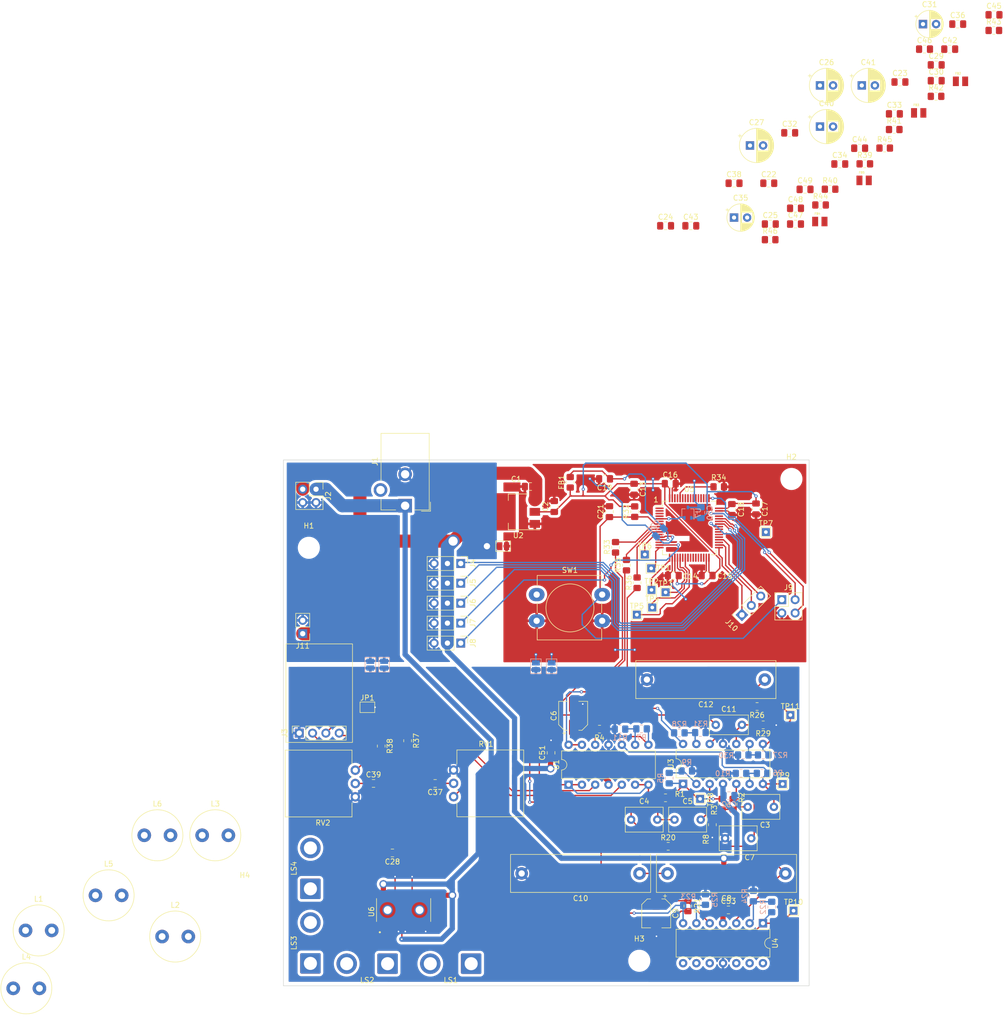
<source format=kicad_pcb>
(kicad_pcb (version 20211014) (generator pcbnew)
  (layers (0 "F.Cu" signal) (31 "B.Cu" signal) (34 "B.Paste" user) (35 "F.Paste" user) (36 "B.SilkS" user "B.Silkscreen") (37 "F.SilkS" user "F.Silkscreen") (38 "B.Mask" user) (39 "F.Mask" user) (44 "Edge.Cuts" user))
  (net 0 "")
  (net 1 "5V")
  (net 2 "GND")
  (net 3 "3_3V")
  (net 4 "Net-(C3-Pad1)")
  (net 5 "Net-(C3-Pad2)")
  (net 6 "Filter_In")
  (net 7 "Net-(C4-Pad2)")
  (net 8 "Net-(C5-Pad2)")
  (net 9 "Net-(C6-Pad1)")
  (net 10 "Net-(C7-Pad2)")
  (net 11 "Net-(C8-Pad1)")
  (net 12 "Net-(C10-Pad1)")
  (net 13 "Net-(C9-Pad1)")
  (net 14 "Net-(C11-Pad2)")
  (net 15 "Net-(C12-Pad1)")
  (net 16 "/STM32 Interface/VDDA")
  (net 17 "/STM32 Interface/NRST")
  (net 18 "Net-(C22-Pad2)")
  (net 19 "Net-(C24-Pad1)")
  (net 20 "Net-(C24-Pad2)")
  (net 21 "Net-(C25-Pad1)")
  (net 22 "Net-(C25-Pad2)")
  (net 23 "Net-(C26-Pad1)")
  (net 24 "Net-(C26-Pad2)")
  (net 25 "Net-(C27-Pad2)")
  (net 26 "Net-(C28-Pad1)")
  (net 27 "Net-(C28-Pad2)")
  (net 28 "Net-(C32-Pad1)")
  (net 29 "Net-(C32-Pad2)")
  (net 30 "Net-(C36-Pad2)")
  (net 31 "/Audio Amp/Channel_L")
  (net 32 "Net-(C37-Pad2)")
  (net 33 "Net-(C38-Pad2)")
  (net 34 "/Audio Amp/Channel_R")
  (net 35 "Net-(C39-Pad2)")
  (net 36 "Net-(C40-Pad1)")
  (net 37 "Net-(C40-Pad2)")
  (net 38 "Net-(C41-Pad2)")
  (net 39 "Net-(C44-Pad1)")
  (net 40 "Net-(C45-Pad1)")
  (net 41 "Net-(C46-Pad2)")
  (net 42 "Net-(C47-Pad2)")
  (net 43 "Net-(C48-Pad2)")
  (net 44 "Net-(C49-Pad2)")
  (net 45 "12V")
  (net 46 "SERVO0")
  (net 47 "SERVO1")
  (net 48 "SERVO2")
  (net 49 "SERVO3")
  (net 50 "SERVO4")
  (net 51 "/STM32 Interface/SWDIO_IN")
  (net 52 "/STM32 Interface/SWCLK_IN")
  (net 53 "/STM32 Interface/SPI_NSS")
  (net 54 "/STM32 Interface/SPI_SCK")
  (net 55 "/STM32 Interface/SPI_MOSI")
  (net 56 "Net-(L1-Pad2)")
  (net 57 "Net-(L2-Pad2)")
  (net 58 "Net-(L4-Pad2)")
  (net 59 "Net-(L5-Pad2)")
  (net 60 "/Bandpass/LP Pre-LP")
  (net 61 "Net-(R4-Pad1)")
  (net 62 "Net-(R5-Pad1)")
  (net 63 "Net-(R10-Pad2)")
  (net 64 "Net-(R11-Pad2)")
  (net 65 "/High and Low Pass/LP Pre-LP")
  (net 66 "Net-(R22-Pad1)")
  (net 67 "Net-(R23-Pad1)")
  (net 68 "ADC_LP")
  (net 69 "/High and Low Pass/HP Pre-LP")
  (net 70 "Net-(R27-Pad1)")
  (net 71 "Net-(R28-Pad1)")
  (net 72 "ADC_HP")
  (net 73 "Net-(R33-Pad1)")
  (net 74 "/STM32 Interface/Boot0")
  (net 75 "ADC_BP")
  (net 76 "Net-(R35-Pad2)")
  (net 77 "Net-(R36-Pad2)")
  (net 78 "Audio_In_Tip")
  (net 79 "Net-(R37-Pad2)")
  (net 80 "Audio_In_Ring")
  (net 81 "Net-(R38-Pad2)")
  (net 82 "Net-(R39-Pad1)")
  (net 83 "Net-(R41-Pad2)")
  (net 84 "Net-(R42-Pad2)")
  (net 85 "Net-(TP1-Pad1)")
  (net 86 "Net-(TP2-Pad1)")
  (net 87 "Net-(TP3-Pad1)")
  (net 88 "Net-(TP4-Pad1)")
  (net 89 "Net-(TP5-Pad1)")
  (net 90 "Net-(TP6-Pad1)")
  (net 94 "/STM32 Interface/EClock")
  (net 123 "Net-(J3-Pad3)")
  (footprint "Capacitor_SMD:C_0805_2012Metric_Pad1.18x1.45mm_HandSolder" (layer "F.Cu") (at 97.4852 95.0468 180)
    (fp_text reference "C19")
    (fp_text value "1u")
  )
  (footprint "Resistor_SMD:R_0805_2012Metric_Pad1.20x1.40mm_HandSolder" (layer "F.Cu") (at 122.0191 157.1244 -90)
    (fp_text reference "R2")
    (fp_text value "1K")
  )
  (footprint "Resistor_SMD:R_0805_2012Metric_Pad1.20x1.40mm_HandSolder" (layer "F.Cu") (at 129.085 49.42)
    (fp_text reference "R46")
    (fp_text value "68")
  )
  (footprint "Capacitor_THT:CP_Radial_D6.3mm_P2.50mm" (layer "F.Cu") (at 138.590241 19.99)
    (fp_text reference "C26")
    (fp_text value "220u")
  )
  (footprint "Resistor_SMD:R_0805_2012Metric_Pad1.20x1.40mm_HandSolder" (layer "F.Cu") (at 119.9363 157.1084 90)
    (fp_text reference "R3")
    (fp_text value "1K")
  )
  (footprint "Capacitor_SMD:C_0805_2012Metric_Pad1.18x1.45mm_HandSolder" (layer "F.Cu") (at 164.884775 8.29)
    (fp_text reference "C36")
    (fp_text value "1u")
  )
  (footprint "Connector_Wire:SolderWire-2sqmm_1x02_P7.8mm_D2mm_OD3.9mm" (layer "F.Cu") (at 41.3512 187.496 90)
    (fp_text reference "LS3")
    (fp_text value "8 ohms")
  )
  (footprint "Resistor_SMD:R_0805_2012Metric_Pad1.20x1.40mm_HandSolder" (layer "F.Cu") (at 96.52 142.7988 180)
    (fp_text reference "R4")
    (fp_text value "240")
  )
  (footprint "Resistor_SMD:R_0805_2012Metric_Pad1.20x1.40mm_HandSolder" (layer "F.Cu") (at 118.0567 161.036 90)
    (fp_text reference "R8")
    (fp_text value "240")
  )
  (footprint "Capacitor_SMD:C_0805_2012Metric_Pad1.18x1.45mm_HandSolder" (layer "F.Cu") (at 152.795 25.42)
    (fp_text reference "C33")
    (fp_text value "1000p")
  )
  (footprint "Resistor_SMD:R_0805_2012Metric_Pad1.20x1.40mm_HandSolder" (layer "F.Cu") (at 90.932 95.7072 90)
    (fp_text reference "FB1")
    (fp_text value "FerriteBead")
  )
  (footprint "Connector_PinHeader_2.54mm:PinHeader_1x03_P2.54mm_Vertical" (layer "F.Cu") (at 70.0382 114.9604 -90)
    (fp_text reference "J5")
    (fp_text value "Servo1Conn_01x03")
  )
  (footprint "Inductor_THT:L_Radial_D9.5mm_P5.00mm_Fastron_07HVP" (layer "F.Cu") (at 13.0448 182.372)
    (fp_text reference "L2")
    (fp_text value "3.3m")
  )
  (footprint "Resistor_SMD:R_0805_2012Metric_Pad1.20x1.40mm_HandSolder" (layer "F.Cu") (at 138.705 42.8)
    (fp_text reference "R44")
    (fp_text value "68")
  )
  (footprint "Connector_BarrelJack:BarrelJack_CUI_PJ-102AH_Horizontal" (layer "F.Cu") (at 59.424 100.18 180)
    (fp_text reference "J1")
    (fp_text value "BarrelJack")
  )
  (footprint "Package_DIP:DIP-14_W7.62mm" (layer "F.Cu") (at 90.6197 153.406 90)
    (fp_text reference "U1")
    (fp_text value "LM2902")
  )
  (footprint "Inductor_THT:L_Radial_D9.5mm_P5.00mm_Fastron_07HVP" (layer "F.Cu") (at 9.6444 163.0536)
    (fp_text reference "L6")
    (fp_text value "4.7m")
  )
  (footprint "Connector_PinHeader_2.54mm:PinHeader_1x03_P2.54mm_Vertical" (layer "F.Cu") (at 70.0382 122.5804 -90)
    (fp_text reference "J7")
    (fp_text value "Servo3Conn_01x03")
  )
  (footprint "Resistor_SMD:R_0805_2012Metric_Pad1.20x1.40mm_HandSolder" (layer "F.Cu") (at 103.2369 101.3065 90)
    (fp_text reference "R32")
    (fp_text value "100K")
  )
  (footprint "Connector_PinHeader_2.54mm:PinHeader_1x03_P2.54mm_Vertical" (layer "F.Cu") (at 70.0382 118.7704 -90)
    (fp_text reference "J6")
    (fp_text value "Servo2Conn_01x03")
  )
  (footprint "Capacitor_SMD:C_0805_2012Metric_Pad1.18x1.45mm_HandSolder" (layer "F.Cu") (at 129.115 46.44)
    (fp_text reference "C25")
    (fp_text value "0.22u")
  )
  (footprint "Capacitor_SMD:CP_Elec_5x5.4" (layer "F.Cu") (at 91.4908 140.2588 90)
    (fp_text reference "C6")
    (fp_text value "10u")
  )
  (footprint "TestPoint:TestPoint_THTPad_1.5x1.5mm_Drill0.7mm" (layer "F.Cu") (at 133.5517 177.4459)
    (fp_text reference "TP10")
    (fp_text value "LP")
  )
  (footprint "Inductor_THT:L_Radial_D9.5mm_P5.00mm_Fastron_07HVP" (layer "F.Cu") (at 0.3344 174.5136)
    (fp_text reference "L5")
    (fp_text value "3.3m")
  )
  (footprint "Connector_PinHeader_2.54mm:PinHeader_1x02_P2.54mm_Vertical" (layer "F.Cu") (at 39.878 124.587 180)
    (fp_text reference "J11")
    (fp_text value "OutToRPi")
  )
  (footprint "Resistor_SMD:R_0805_2012Metric_Pad1.20x1.40mm_HandSolder" (layer "F.Cu") (at 109.1159 155.9052 180)
    (fp_text reference "R1")
    (fp_text value "240")
  )
  (footprint "Resistor_SMD:R_0805_2012Metric_Pad1.20x1.40mm_HandSolder" (layer "F.Cu") (at 119.2784 96.5708 180)
    (fp_text reference "R34")
    (fp_text value "100K")
  )
  (footprint "MountingHole:MountingHole_3.2mm_M3" (layer "F.Cu") (at 41.0464 108.204)
    (fp_text reference "H1")
    (fp_text value "MountingHole")
  )
  (footprint "TestPoint:TestPoint_THTPad_1.5x1.5mm_Drill0.7mm" (layer "F.Cu") (at 109.1297 116.6989)
    (fp_text reference "TP3")
    (fp_text value "SPI1_NSS")
  )
  (footprint "MountingHole:MountingHole_3.2mm_M3" (layer "F.Cu") (at 28.829 174.879)
    (fp_text reference "H4")
    (fp_text value "MountingHole")
  )
  (footprint "Jumper:SolderJumper-2_P1.3mm_Open_Pad1.0x1.5mm" (layer "F.Cu") (at 52.2224 138.6332)
    (fp_text reference "JP1")
    (fp_text value "Jumper_2_Open")
  )
  (footprint "Capacitor_SMD:C_0805_2012Metric_Pad1.18x1.45mm_HandSolder" (layer "F.Cu") (at 83.312 96.52 180)
    (fp_text reference "C1")
    (fp_text value "0.1u")
  )
  (footprint "Connector_PinHeader_2.54mm:PinHeader_1x03_P2.54mm_Vertical" (layer "F.Cu") (at 70.0382 126.3904 -90)
    (fp_text reference "J8")
    (fp_text value "Servo4Conn_01x03")
  )
  (footprint "Capacitor_SMD:C_0805_2012Metric_Pad1.18x1.45mm_HandSolder" (layer "F.Cu") (at 142.375 34.98)
    (fp_text reference "C34")
    (fp_text value "0.1u")
  )
  (footprint "Connector_PinSocket_2.54mm:PinSocket_1x04_P2.54mm_Vertical" (layer "F.Cu") (at 39.2176 143.5608 90)
    (fp_text reference "J3")
    (fp_text value "AudioJack3")
  )
  (footprint "Package_QFP:LQFP-64_10x10mm_P0.5mm" (layer "F.Cu") (at 113.6509 104.4215)
    (fp_text reference "U5")
    (fp_text value "STM32F091RCTx")
  )
  (footprint "TestPoint:TestPoint_THTPad_1.5x1.5mm_Drill0.7mm" (layer "F.Cu") (at 105.1673 109.4853)
    (fp_text reference "TP6")
    (fp_text value "SPI2_MOSI/ADC_IN13")
  )
  (footprint "MountingHole:MountingHole_3.2mm_M3" (layer "F.Cu") (at 104.1146 186.9948)
    (fp_text reference "H3")
    (fp_text value "MountingHole")
  )
  (footprint "Package_DIP:DIP-14_W7.62mm" (layer "F.Cu") (at 127.7097 179.8335 -90)
    (fp_text reference "U4")
    (fp_text value "LM2902")
  )
  (footprint "Connector_PinHeader_2.54mm:PinHeader_2x02_P2.54mm_Vertical" (layer "F.Cu") (at 42.418 97.028 -90)
    (fp_text reference "J2")
    (fp_text value "Conn_02x06")
  )
  (footprint "Capacitor_SMD:C_0805_2012Metric_Pad1.18x1.45mm_HandSolder" (layer "F.Cu") (at 87.2744 147.32 90)
    (fp_text reference "C51")
    (fp_text value "100n")
  )
  (footprint "Capacitor_SMD:C_0805_2012Metric_Pad1.18x1.45mm_HandSolder" (layer "F.Cu") (at 98.4109 101.3065 90)
    (fp_text reference "C21")
    (fp_text value "0.1u")
  )
  (footprint "Capacitor_SMD:C_0805_2012Metric_Pad1.18x1.45mm_HandSolder" (layer "F.Cu") (at 146.165 31.97)
    (fp_text reference "C44")
    (fp_text value "1000p")
  )
  (footprint "Capacitor_SMD:C_0805_2012Metric_Pad1.18x1.45mm_HandSolder" (layer "F.Cu") (at 56.9976 166.4208 180)
    (fp_text reference "C28")
    (fp_text value "0.22u")
  )
  (footprint "Capacitor_THT:CP_Radial_D5.0mm_P2.50mm" (layer "F.Cu") (at 158.254775 8.29)
    (fp_text reference "C31")
    (fp_text value "100u")
  )
  (footprint "Resistor_SMD:R_0805_2012Metric_Pad1.20x1.40mm_HandSolder" (layer "F.Cu") (at 109.6264 165.1508)
    (fp_text reference "R20")
    (fp_text value "220")
  )
  (footprint "Specifics:BEADC2016X100N" (layer "F.Cu") (at 147.013 38.108)
    (fp_text reference "FB5")
    (fp_text value "3.1A")
  )
  (footprint "Capacitor_SMD:C_0805_2012Metric_Pad1.18x1.45mm_HandSolder" (layer "F.Cu") (at 135.745 39.82)
    (fp_text reference "C49")
    (fp_text value "1000p")
  )
  (footprint "Resistor_SMD:R_0805_2012Metric_Pad1.20x1.40mm_HandSolder" (layer "F.Cu") (at 171.775 9.5)
    (fp_text reference "R43")
    (fp_text value "68")
  )
  (footprint "Jumper:SolderJumper-2_P1.3mm_Open_Pad1.0x1.5mm" (layer "F.Cu") (at 78.1304 107.8992)
    (fp_text reference "REF**" hide)
    (fp_text value "SolderJumper-2_P1.3mm_Open_Pad1.0x1.5mm" hide)
  )
  (footprint "Capacitor_SMD:C_0805_2012Metric_Pad1.18x1.45mm_HandSolder" (layer "F.Cu") (at 133.925 43.43)
    (fp_text reference "C48")
    (fp_text value "1000p")
  )
  (footprint "Capacitor_SMD:C_0805_2012Metric_Pad1.18x1.45mm_HandSolder" (layer "F.Cu") (at 103.124 97.028 -90)
    (fp_text reference "C13")
    (fp_text value "4.7u")
  )
  (footprint "Button_Switch_THT:SW_PUSH-12mm_Wuerth-430476085716" (layer "F.Cu") (at 84.528 117.134)
    (fp_text reference "SW1")
    (fp_text value "SW_Push")
  )
  (footprint "Resistor_SMD:R_0805_2012Metric_Pad1.20x1.40mm_HandSolder" (layer "F.Cu") (at 54.864 146.034 -90)
    (fp_text reference "R38")
    (fp_text value "100K")
  )
  (footprint "Specifics:IC_TPS61196PWPRQ1" (layer "F.Cu") (at 59.1312 177.3143 90)
    (fp_text reference "U6")
    (fp_text value "TPA3138D2PWP")
  )
  (footprint "Capacitor_SMD:C_0805_2012Metric_Pad1.18x1.45mm_HandSolder" (layer "F.Cu") (at 110.6029 113.4985 180)
    (fp_text reference "C14")
    (fp_text value "100n")
  )
  (footprint "Connector_Wire:SolderWire-2sqmm_1x02_P7.8mm_D2mm_OD3.9mm" (layer "F.Cu") (at 56.0764 187.5536 180)
    (fp_text reference "LS2")
    (fp_text value "8 ohms")
  )
  (footprint "MountingHole:MountingHole_3.2mm_M3" (layer "F.Cu") (at 133.1468 95.0722)
    (fp_text reference "H2")
    (fp_text value "MountingHole")
  )
  (footprint "Capacitor_SMD:C_0805_2012Metric_Pad1.18x1.45mm_HandSolder" (layer "F.Cu") (at 160.775 16.08)
    (fp_text reference "C29")
    (fp_text value "1000p")
  )
  (footprint "Capacitor_SMD:C_0805_2012Metric_Pad1.18x1.45mm_HandSolder" (layer "F.Cu") (at 153.854775 19.34)
    (fp_text reference "C23")
    (fp_text value "1u")
  )
  (footprint "Resistor_SMD:R_0805_2012Metric_Pad1.20x1.40mm_HandSolder" (layer "F.Cu") (at 59.8932 145.018 -90)
    (fp_text reference "R37")
    (fp_text value "100K")
  )
  (footprint "Resistor_SMD:R_0805_2012Metric_Pad1.20x1.40mm_HandSolder" (layer "F.Cu") (at 152.765 28.4)
    (fp_text reference "R41")
    (fp_text value "100K")
  )
  (footprint "Connector_PinHeader_2.54mm:PinHeader_2x02_P2.54mm_Vertical" (layer "F.Cu") (at 131.313 118.105)
    (fp_text reference "J9")
    (fp_text value "ProgHeader")
  )
  (footprint "Inductor_THT:L_Radial_D9.5mm_P5.00mm_Fastron_07HVP" (layer "F.Cu") (at 20.6944 163.0536)
    (fp_text reference "L3")
    (fp_text value "4.7m")
  )
  (footprint "TestPoint:TestPoint_THTPad_1.5x1.5mm_Drill0.7mm" (layer "F.Cu") (at 132.9436 140.1064)
    (fp_text reference "TP11")
    (fp_text value "HP")
  )
  (footprint "Capacitor_THT:CP_Radial_D6.3mm_P2.50mm" (layer "F.Cu") (at 146.570241 19.99)
    (fp_text reference "C41")
    (fp_text value "47u")
  )
  (footprint "TestPoint:TestPoint_THTPad_1.5x1.5mm_Drill0.7mm" (layer "F.Cu") (at 106.5897 119.5945)
    (fp_text reference "TP4")
    (fp_text value "SPI1_SCK")
  )
  (footprint "Capacitor_SMD:C_0805_2012Metric_Pad1.18x1.45mm_HandSolder" (layer "F.Cu") (at 160.775 19.09)
    (fp_text reference "C30")
    (fp_text value "0.1u")
  )
  (footprint "Capacitor_SMD:C_0805_2012Metric_Pad1.18x1.45mm_HandSolder" (layer "F.Cu") (at 110.0214 95.9725)
    (fp_text reference "C16")
    (fp_text value "100n")
  )
  (footprint "Resistor_SMD:R_0805_2012Metric_Pad1.20x1.40mm_HandSolder" (layer "F.Cu") (at 140.525 39.79)
    (fp_text reference "R40")
    (fp_text value "33K")
  )
  (footprint "Resistor_SMD:R_0805_2012Metric_Pad1.20x1.40mm_HandSolder" (layer "F.Cu") (at 160.745 22.07)
    (fp_text reference "R42")
    (fp_text value "100K")
  )
  (footprint "TestPoint:TestPoint_THTPad_1.5x1.5mm_Drill0.7mm" (layer "F.Cu") (at 106.3865 112.1269)
    (fp_text reference "TP1")
    (fp_text value "SERVO5")
  )
  (footprint "Capacitor_THT:C_Rect_L26.5mm_W7.0mm_P22.50mm_MKS4" (layer "F.Cu") (at 104.1632 170.3339 180)
    (fp_text reference "C10")
    (fp_text value "4.7u")
  )
  (footprint "Connector_Wire:SolderWire-2sqmm_1x02_P7.8mm_D2mm_OD3.9mm" (layer "F.Cu") (at 41.3512 173.272 90)
    (fp_text reference "LS4")
    (fp_text value "8 ohms")
  )
  (footprint "Potentiometer_THT:Potentiometer_Vishay_148-149_Single_Vertical" (layer "F.Cu") (at 68.6788 155.687)
    (fp_text reference "RV1")
    (fp_text value "10K")
  )
  (footprint "TestPoint:TestPoint_THTPad_1.5x1.5mm_Drill0.7mm" (layer "F.Cu") (at 103.6433 120.9661)
    (fp_text reference "TP5")
    (fp_text value "SPI1_MOSI")
  )
  (footprint "Package_TO_SOT_SMD:SOT-223-3_TabPin2" (layer "F.Cu") (at 81.026 101.346 180)
    (fp_text reference "U2")
    (fp_text value "LD1117S33TR_SOT223")
  )
  (footprint "Capacitor_THT:CP_Radial_D5.0mm_P2.50mm" (layer "F.Cu") (at 122.194775 45.2)
    (fp_text reference "C35")
    (fp_text value "100u")
  )
  (footprint "Inductor_THT:L_Radial_D9.5mm_P5.00mm_Fastron_07HVP" (layer "F.Cu") (at -13.0156 181.2036)
    (fp_text reference "L1")
    (fp_text value "1m")
  )
  (footprint "Inductor_THT:L_Radial_D9.5mm_P5.00mm_Fastron_07HVP" (layer "F.Cu") (at -15.3656 192.2536)
    (fp_text reference "L4")
    (fp_text value "1m")
  )
  (footprint "Potentiometer_THT:Potentiometer_Vishay_148-149_Single_Vertical" (layer "F.Cu") (at 49.9138 150.637 180)
    (fp_text reference "RV2")
    (fp_text value "10K")
  )
  (footprint "TestPoint:TestPoint_THTPad_1.5x1.5mm_Drill0.7mm" (layer "F.Cu") (at 106.4373 116.2417)
    (fp_text reference "TP2")
    (fp_text value "SERVO6")
  )
  (footprint "Capacitor_THT:CP_Radial_D6.3mm_P2.50mm" (layer "F.Cu") (at 125.240241 31.45)
    (fp_text reference "C27")
    (fp_text value "47u")
  )
  (footprint "Capacitor_SMD:C_0805_2012Metric_Pad1.18x1.45mm_HandSolder" (layer "F.Cu") (at 53.3908 153.162)
    (fp_text reference "C39")
    (fp_text value "1u")
  )
  (footprint "Capacitor_SMD:C_0805_2012Metric_Pad1.18x1.45mm_HandSolder" (layer "F.Cu") (at 87.884 100.33 90)
    (fp_text reference "C2")
    (fp_text value "10u")
  )
  (footprint "Package_DIP:DIP-14_W7.62mm" (layer "F.Cu") (at 112.4637 153.2536 90)
    (fp_text reference "U3")
    (fp_text value "LM2902")
  )
  (footprint "Capacitor_THT:C_Rect_L7.2mm_W3.5mm_P5.00mm_FKS2_FKP2_MKS2_MKP2" (layer "F.Cu") (at 118.7063 141.986)
    (fp_text reference "C11")
    (fp_text value "0.47u")
  )
  (footprint "Capacitor_THT:CP_Radial_D6.3mm_P2.50mm" (layer "F.Cu") (at 138.590241 27.84)
    (fp_text reference "C40")
    (fp_text value "220u")
  )
  (footprint "Resistor_SMD:R_0805_2012Metric_Pad1.20x1.40mm_HandSolder" (layer "F.Cu") (at 113.3841 176.5315 90)
    (fp_text reference "R21")
    (fp_text value "680")
  )
  (footprint "Resistor_SMD:R_0805_2012Metric_Pad1.20x1.40mm_HandSolder" (layer "F.Cu") (at 99.5793 108.1137 -90)
    (fp_text reference "R33")
    (fp_text value "2K")
  )
  (footprint "Capacitor_THT:C_Rect_L7.0mm_W4.5mm_P5.00mm" (layer "F.Cu") (at 120.4843 163.6268)
    (fp_text reference "C7")
    (fp_text value "1u")
  )
  (footprint "Connector_Wire:SolderWire-2sqmm_1x02_P7.8mm_D2mm_OD3.9mm" (layer "F.Cu") (at 72.0276 187.5536 180)
    (fp_text reference "LS1")
    (fp_text value "8 ohms")
  )
  (footprint "Capacitor_SMD:C_0805_2012Metric_Pad1.18x1.45mm_HandSolder" (layer "F.Cu") (at 163.355 13.07)
    (fp_text reference "C42")
    (fp_text value "1000p")
  )
  (footprint "Resistor_SMD:R_0805_2012Metric_Pad1.20x1.40mm_HandSolder" (layer "F.Cu") (at 126.5911 138.4808 180)
    (fp_text reference "R26")
    (fp_text value "220")
  )
  (footprint "TestPoint:TestPoint_THTPad_1.5x1.5mm_Drill0.7mm" (layer "F.Cu") (at 128.27 105.2068)
    (fp_text reference "TP7")
    (fp_text value "TestPoint")
  )
  (footprint "Specifics:BEADC2016X100N" (layer "F.Cu") (at 157.433 25.228)
    (fp_text reference "FB3")
    (fp_text value "3.1A")
  )
  (footprint "Resistor_SMD:R_0805_2012Metric_Pad1.20x1.40mm_HandSolder" (layer "F.Cu") (at 101.6621 111.5173 90)
    (fp_text reference "R35")
    (fp_text value "2K")
  )
  (footprint "Capacitor_SMD:C_0805_2012Metric_Pad1.18x1.45mm_HandSolder" (layer "F.Cu") (at 122.194775 38.65)
    (fp_text reference "C38")
    (fp_text value "1u")
  )
  (footprint "Capacitor_SMD:C_0805_2012Metric_Pad1.18x1.45mm_HandSolder" (layer "F.Cu") (at 133.925 46.44)
    (fp_text reference "C47")
    (fp_text value "1000p")
  )
  (footprint "Resistor_SMD:R_0805_2012Metric_Pad1.20x1.40mm_HandSolder" (layer "F.Cu") (at 150.945 31.94)
    (fp_text reference "R45")
    (fp_text value "68")
  )
  (footprint "Capacitor_THT:C_Rect_L7.0mm_W4.5mm_P5.00mm" (layer "F.Cu") (at 110.8323 160.0708)
    (fp_text reference "C5")
    (fp_text value "1u")
  )
  (footprint "Connector_PinSocket_2.54mm:PinSocket_1x03_P2.54mm_Vertical" (layer "F.Cu") (at 123.698 121.0056 135)
    (fp_text reference "J10")
    (fp_text value "SPIConn_01x03")
  )
  (footprint "Capacitor_SMD:C_0805_2012Metric_Pad1.18x1.45mm_HandSolder" (layer "F.Cu") (at 126.3904 100.7872 -90)
    (fp_text reference "C17")
    (fp_text value "4.7u")
  )
  (footprint "Capacitor_SMD:C_0805_2012Metric_Pad1.18x1.45mm_HandSolder" (layer "F.Cu") (at 121.7789 100.9001 -90)
    (fp_text reference "C18")
    (fp_text value "100n")
  )
  (footprint "Capacitor_SMD:CP_Elec_5x5.8" (layer "F.Cu") (at 107.3389 177.9539 -90)
    (fp_text reference "C9")
    (fp_text value "22u")
  )
  (footprint "Specifics:BEADC2016X100N" (layer "F.Cu") (at 165.413 19.208)
    (fp_text reference "FB2")
    (fp_text value "3.1A")
  )
  (footprint "Capacitor_SMD:C_0805_2012Metric_Pad1.18x1.45mm_HandSolder" (layer "F.Cu") (at 158.545 13.07)
    (fp_text reference "C46")
    (fp_text value "1000p")
  )
  (footprint "Specifics:BEADC2016X100N" (layer "F.Cu") (at 138.563 45.958)
    (fp_text reference "FB4")
    (fp_text value "3.1A")
  )
  (footprint "Capacitor_SMD:C_0805_2012Metric_Pad1.18x1.45mm_HandSolder" (layer "F.Cu") (at 128.824775 38.65)
    (fp_text reference "C22")
    (fp_text value "1u")
  )
  (footprint "Resistor_SMD:R_0805_2012Metric_Pad1.20x1.40mm_HandSolder" (layer "F.Cu") (at 147.155 34.95)
    (fp_text reference "R39")
    (fp_text value "68K")
  )
  (footprint "TestPoint:TestPoint_THTPad_1.5x1.5mm_Drill0.7mm" (layer "F.Cu") (at 131.4679 153.2636)
    (fp_text reference "TP9")
    (fp_text value "BP_HP")
  )
  (footprint "Capacitor_SMD:C_0805_2012Metric_Pad1.18x1.45mm_HandSolder" (layer "F.Cu") (at 113.945 46.77)
    (fp_text reference "C43")
    (fp_text value "1000p")
  )
  (footprint "TestPoint:TestPoint_THTPad_1.5x1.5mm_Drill0.7mm" (layer "F.Cu") (at 115.7199 156.1084 -90)
    (fp_text reference "TP8")
    (fp_text value "BP_LP")
  )
  (footprint "Capacitor_SMD:C_0805_2012Metric_Pad1.18x1.45mm_HandSolder" (layer "F.Cu") (at 65.151 153.162 180)
    (fp_text reference "C37")
    (fp_text value "1u")
  )
  (footprint "Capacitor_SMD:C_0805_2012Metric_Pad1.18x1.45mm_HandSolder" (layer "F.Cu") (at 109.135 46.77)
    (fp_text reference "C24")
    (fp_text value "0.22u")
  )
  (footprint "Capacitor_THT:C_Rect_L26.5mm_W7.0mm_P22.50mm_MKS4" (layer "F.Cu") (at 132.0001 170.3339 180)
    (fp_text reference "C8")
    (fp_text value "4.7u")
  )
  (footprint "Capacitor_SMD:C_0805_2012Metric_Pad1.18x1.45mm_HandSolder" (layer "F.Cu") (at 171.805 6.52)
    (fp_text reference "C45")
    (fp_text value "1000p")
  )
  (footprint "Resistor_SMD:R_0805_2012Metric_Pad1.20x1.40mm_HandSolder" (layer "F.Cu") (at 103.6941 114.8701 90)
    (fp_text reference "R36")
    (fp_text value "2K")
  )
  (footprint "Connector_PinHeader_2.54mm:PinHeader_1x03_P2.54mm_Vertical" (layer "F.Cu") (at 70.0382 111.2012 -90)
    (fp_text reference "J4")
    (fp_text value "Servo0Conn_01x03")
  )
  (footprint "Capacitor_SMD:C_0805_2012Metric_Pad1.18x1.45mm_HandSolder" (layer "F.Cu") (at 121.1272 177.2935)
    (fp_text reference "C53")
    (fp_text value "100n")
  )
  (footprint "Capacitor_SMD:C_0805_2012Metric_Pad1.18x1.45mm_HandSolder" (layer "F.Cu") (at 132.815 29.03)
    (fp_text reference "C32")
    (fp_text value "0.22u")
  )
  (footprint "Capacitor_SMD:C_0805_2012Metric_Pad1.18x1.45mm_HandSolder" (layer "F.Cu") (at 117.0545 113.4985 180)
    (fp_text reference "C15")
    (fp_text value "100n")
  )
  (footprint "Capacitor_THT:C_Rect_L7.0mm_W4.5mm_P5.00mm" (layer "F.Cu") (at 129.8023 157.6324 180)
    (fp_text reference "C3")
    (fp_text value "1u")
  )
  (footprint "Capacitor_THT:C_Rect_L26.5mm_W7.0mm_P22.50mm_MKS4" (layer "F.Cu") (at 128.0668 133.35 180)
    (fp_text reference "C12")
    (fp_text value "4.7u")
  )
  (footprint "Resistor_SMD:R_0805_2012Metric_Pad1.20x1.40mm_HandSolder" (layer "F.Cu") (at 127.7595 141.986 180)
    (fp_text reference "R29")
    (fp_text value "150")
  )
  (footprint "Capacitor_THT:C_Rect_L7.0mm_W4.5mm_P5.00mm" (layer "F.Cu") (at 102.5519 160.0708)
    (fp_text reference "C4")
    (fp_text value "1u")
  )
  (footprint "Jumper:SolderJumper-2_P1.3mm_Open_Pad1.0x1.5mm" (layer "B.Cu") (at 87.376 130.81 90)
    (fp_text reference "REF**" hide)
    (fp_text value "SolderJumper-2_P1.3mm_Open_Pad1.0x1.5mm" hide)
  )
  (footprint "Resistor_SMD:R_0805_2012Metric_Pad1.20x1.40mm_HandSolder" (layer "B.Cu") (at 127.7595 147.7264)
    (fp_text reference "R27")
    (fp_text value "680")
  )
  (footprint "Capacitor_SMD:C_0805_2012Metric_Pad1.18x1.45mm_HandSolder" (layer "B.Cu") (at 121.2303 155.4988)
    (fp_text reference "C52")
    (fp_text value "100n")
  )
  (footprint "Resistor_SMD:R_0805_2012Metric_Pad1.20x1.40mm_HandSolder" (layer "B.Cu") (at 115.7732 143.4592 180)
    (fp_text reference "R31")
    (fp_text value "120")
  )
  (footprint "Jumper:SolderJumper-2_P1.3mm_Open_Pad1.0x1.5mm" (layer "B.Cu") (at 55.4228 130.5052 90)
    (fp_text reference "REF**" hide)
    (fp_text value "SolderJumper-2_P1.3mm_Open_Pad1.0x1.5mm" hide)
  )
  (footprint "Resistor_SMD:R_0805_2012Metric_Pad1.20x1.40mm_HandSolder" (layer "B.Cu") (at 100.4291 142.7988)
    (fp_text reference "R11")
    (fp_text value "120")
  )
  (footprint "Resistor_SMD:R_0805_2012Metric_Pad1.20x1.40mm_HandSolder" (layer "B.Cu") (at 116.7369 175.3123 -90)
    (fp_text reference "R25")
    (fp_text value "120")
  )
  (footprint "Resistor_SMD:R_0805_2012Metric_Pad1.20x1.40mm_HandSolder" (layer "B.Cu") (at 111.76 143.51 180)
    (fp_text reference "R28")
    (fp_text value "620")
  )
  (footprint "Resistor_SMD:R_0805_2012Metric_Pad1.20x1.40mm_HandSolder" (layer "B.Cu") (at 123.9495 147.7264)
    (fp_text reference "R30")
    (fp_text value "240")
  )
  (footprint "Resistor_SMD:R_0805_2012Metric_Pad1.20x1.40mm_HandSolder" (layer "B.Cu") (at 125.8809 174.6519 -90)
    (fp_text reference "R24")
    (fp_text value "240")
  )
  (footprint "Resistor_SMD:R_0805_2012Metric_Pad1.20x1.40mm_HandSolder" (layer "B.Cu") (at 113.4857 176.4299 180)
    (fp_text reference "R23")
    (fp_text value "620")
  )
  (footprint "Package_TO_SOT_SMD:SOT-323_SC-70" (layer "B.Cu") (at 113.3856 101.4984 90)
    (fp_text reference "U7")
    (fp_text value "MAX7375AXR805")
  )
  (footprint "Resistor_SMD:R_0805_2012Metric_Pad1.20x1.40mm_HandSolder" (layer "B.Cu") (at 129.3861 176.7347 -90)
    (fp_text reference "R22")
    (fp_text value "620")
  )
  (footprint "Resistor_SMD:R_0805_2012Metric_Pad1.20x1.40mm_HandSolder" (layer "B.Cu") (at 127.5403 151.2316)
    (fp_text reference "R6")
    (fp_text value "33K")
  )
  (footprint "Jumper:SolderJumper-2_P1.3mm_Open_Pad1.0x1.5mm" (layer "B.Cu") (at 52.7812 130.5052 90)
    (fp_text reference "REF**" hide)
    (fp_text value "SolderJumper-2_P1.3mm_Open_Pad1.0x1.5mm" hide)
  )
  (footprint "Capacitor_SMD:C_0805_2012Metric_Pad1.18x1.45mm_HandSolder" (layer "B.Cu") (at 115.8748 101.4984 90)
    (fp_text reference "C50")
    (fp_text value "0.1u")
  )
  (footprint "Resistor_SMD:R_0805_2012Metric_Pad1.20x1.40mm_HandSolder" (layer "B.Cu") (at 113.1799 150.7744 180)
    (fp_text reference "R9")
    (fp_text value "56K")
  )
  (footprint "Resistor_SMD:R_0805_2012Metric_Pad1.20x1.40mm_HandSolder" (layer "B.Cu") (at 123.5271 151.2316)
    (fp_text reference "R10")
    (fp_text value "56K")
  )
  (footprint "Resistor_SMD:R_0805_2012Metric_Pad1.20x1.40mm_HandSolder" (layer "B.Cu") (at 104.5439 142.748)
    (fp_text reference "R7")
    (fp_text value "560")
  )
  (footprint "Resistor_SMD:R_0805_2012Metric_Pad1.20x1.40mm_HandSolder" (layer "B.Cu") (at 109.8271 152.146 -90)
    (fp_text reference "R5")
    (fp_text value "33K")
  )
  (footprint "Capacitor_SMD:C_0805_2012Metric_Pad1.18x1.45mm_HandSolder" (layer "B.Cu") (at 108.040477 105.240523 -135)
    (fp_text reference "C20")
    (fp_text value "10n")
  )
  (footprint "Jumper:SolderJumper-2_P1.3mm_Open_Pad1.0x1.5mm" (layer "B.Cu") (at 84.3788 130.81 90)
    (fp_text reference "REF**" hide)
    (fp_text value "SolderJumper-2_P1.3mm_Open_Pad1.0x1.5mm" hide)
  )
  (gr_rect (start 36.195 91.44) (end 136.525 191.77) (layer "Edge.Cuts") (width 0.1) (fill none))
  (gr_text "1" (at 107.3009 99.0205) (layer "F.SilkS") (effects (font (size 1 1))))
  (segment (start 84.3495 95.378337) (end 84.3495 96.52) (width 2.5) (layer "F.Cu") (net 1))
  (segment (start 50.8 103.378) (end 50.8 97.536) (width 2.5) (layer "F.Cu") (net 1))
  (segment (start 84.3495 98.8725) (end 84.176 99.046) (width 2.5) (layer "F.Cu") (net 1))
  (segment (start 71.628 96.774) (end 74.422 93.98) (width 2.5) (layer "F.Cu") (net 1))
  (segment (start 41.374 93.472) (end 39.878 94.968) (width 2.5) (layer "F.Cu") (net 1))
  (segment (start 71.628 103.886) (end 71.628 96.774) (width 2.5) (layer "F.Cu") (net 1))
  (segment (start 50.8 97.536) (end 46.736 93.472) (width 2.5) (layer "F.Cu") (net 1))
  (segment (start 54.356 106.934) (end 50.8 103.378) (width 2.5) (layer "F.Cu") (net 1))
  (segment (start 120.2436 167.4368) (end 120.2436 177.1396) (width 1) (layer "F.Cu") (net 1))
  (segment (start 74.422 93.98) (end 82.951163 93.98) (width 2.5) (layer "F.Cu") (net 1))
  (segment (start 87.1728 150.3172) (end 87.1728 148.4591) (width 1) (layer "F.Cu") (net 1))
  (segment (start 93.833181 148.3575) (end 98.2397 152.764019) (width 1) (layer "F.Cu") (net 1))
  (segment (start 87.2744 148.3575) (end 93.833181 148.3575) (width 1) (layer "F.Cu") (net 1))
  (segment (start 43.228 124.587) (end 39.878 124.587) (width 2.5) (layer "F.Cu") (net 1))
  (segment (start 68.58 106.934) (end 54.356 106.934) (width 2.5) (layer "F.Cu") (net 1))
  (segment (start 46.736 93.472) (end 41.374 93.472) (width 2.5) (layer "F.Cu") (net 1))
  (segment (start 87.1728 148.4591) (end 87.2744 148.3575) (width 1) (layer "F.Cu") (net 1))
  (segment (start 68.58 106.934) (end 71.628 103.886) (width 2.5) (layer "F.Cu") (net 1))
  (segment (start 82.951163 93.98) (end 84.3495 95.378337) (width 2.5) (layer "F.Cu") (net 1))
  (segment (start 54.356 113.459) (end 43.228 124.587) (width 2.5) (layer "F.Cu") (net 1))
  (segment (start 54.356 106.934) (end 54.356 113.459) (width 2.5) (layer "F.Cu") (net 1))
  (segment (start 39.878 94.968) (end 39.878 97.028) (width 2.5) (layer "F.Cu") (net 1))
  (segment (start 84.3495 96.52) (end 84.3495 98.8725) (width 2.5) (layer "F.Cu") (net 1))
  (segment (start 120.2436 177.1396) (end 120.0897 177.2935) (width 1) (layer "F.Cu") (net 1))
  (segment (start 98.2397 152.764019) (end 98.2397 153.406) (width 1) (layer "F.Cu") (net 1))
  (segment (start 120.0897 177.2935) (end 120.0897 179.8335) (width 1) (layer "F.Cu") (net 1))
  (via (at 68.58 106.934) (size 2.25) (drill 1.75) (layers "F.Cu" "B.Cu") (net 1))
  (via (at 87.1728 150.3172) (size 1.5) (drill 1) (layers "F.Cu" "B.Cu") (net 1))
  (via (at 120.2436 167.4368) (size 1.5) (drill 1) (layers "F.Cu" "B.Cu") (net 1))
  (segment (start 104.2431 167.4353) (end 122.7343 167.4353) (width 1) (layer "B.Cu") (net 1))
  (segment (start 80.3148 158.496) (end 80.3148 153.162) (width 1) (layer "B.Cu") (net 1))
  (segment (start 87.1728 150.3172) (end 81.6864 150.3172) (width 1) (layer "B.Cu") (net 1))
  (segment (start 80.3148 148.9456) (end 80.3148 147.9804) (width 1) (layer "B.Cu") (net 1))
  (segment (start 120.0837 156.4565) (end 120.0837 153.2536) (width 1) (layer "B.Cu") (net 1))
  (segment (start 81.6864 150.3172) (end 80.3148 148.9456) (width 1) (layer "B.Cu") (net 1))
  (segment (start 80.3148 153.162) (end 80.3148 151.6888) (width 1) (layer "B.Cu") (net 1))
  (segment (start 122.7343 159.1071) (end 120.0837 156.4565) (width 1) (layer "B.Cu") (net 1))
  (segment (start 89.2541 167.4353) (end 80.3148 158.496) (width 1) (layer "B.Cu") (net 1))
  (segment (start 81.6864 150.3172) (end 80.3148 150.3172) (width 1) (layer "B.Cu") (net 1))
  (segment (start 67.4982 126.3904) (end 67.4982 108.0158) (width 2.5) (layer "B.Cu") (net 1))
  (segment (start 67.4982 127.8994) (end 80.3148 140.716) (width 1) (layer "B.Cu") (net 1))
  (segment (start 67.4982 108.0158) (end 68.58 106.934) (width 2.5) (layer "B.Cu") (net 1))
  (segment (start 122.7343 167.4353) (end 122.7343 159.1071) (width 1) (layer "B.Cu") (net 1))
  (segment (start 80.3148 150.3172) (end 80.3148 147.9804) (width 1) (layer "B.Cu") (net 1))
  (segment (start 80.3148 150.3172) (end 80.3148 153.162) (width 1) (layer "B.Cu") (net 1))
  (segment (start 67.4982 126.3904) (end 67.4982 127.8994) (width 1) (layer "B.Cu") (net 1))
  (segment (start 80.3148 151.6888) (end 81.6864 150.3172) (width 1) (layer "B.Cu") (net 1))
  (segment (start 104.2431 167.4353) (end 89.2541 167.4353) (width 1) (layer "B.Cu") (net 1))
  (segment (start 80.3148 140.716) (end 80.3148 147.9804) (width 1) (layer "B.Cu") (net 1))
  (segment (start 94.6912 95.0468) (end 96.4477 95.0468) (width 0.25) (layer "F.Cu") (net 2))
  (segment (start 107.3897 182.3227) (end 107.3897 180.2047) (width 0.25) (layer "F.Cu") (net 2))
  (segment (start 116.017 113.4985) (end 116.0959 113.4985) (width 0.25) (layer "F.Cu") (net 2))
  (segment (start 108.8749 106.1715) (end 107.9759 106.1715) (width 0.25) (layer "F.Cu") (net 2))
  (segment (start 116.9009 110.0965) (end 116.9009 112.6146) (width 0.25) (layer "F.Cu") (net 2))
  (segment (start 110.4009 112.663) (end 110.4009 110.0965) (width 0.25) (layer "F.Cu") (net 2))
  (segment (start 63.3476 181.4068) (end 63.3562 181.3982) (width 0.25) (layer "F.Cu") (net 2))
  (segment (start 77.4804 107.8992) (end 75.0316 107.8992) (width 1) (layer "F.Cu") (net 2))
  (segment (start 111.0589 96.205) (end 111.0589 95.9725) (width 0.25) (layer "F.Cu") (net 2))
  (segment (start 52.8724 138.6332) (end 53.6956 138.6332) (width 0.25) (layer "F.Cu") (net 2))
  (segment (start 116.9009 112.6146) (end 116.017 113.4985) (width 0.25) (layer "F.Cu") (net 2))
  (segment (start 119.3259 101.1715) (end 121.0128 101.1715) (width 0.25) (layer "F.Cu") (net 2))
  (segment (start 118.0567 163.4744) (end 118.0567 162.036) (width 0.25) (layer "F.Cu") (net 2))
  (segment (start 110.2678 106.0006) (end 109.0458 106.0006) (width 0.25) (layer "F.Cu") (net 2))
  (segment (start 59.4562 181.4166) (end 59.4562 180.1143) (width 0.25) (layer "F.Cu") (net 2))
  (segment (start 110.4505 106.1833) (end 110.2678 106.0006) (width 0.25) (layer "F.Cu") (net 2))
  (segment (start 121.0128 101.1715) (end 121.7789 101.9376) (width 0.25) (layer "F.Cu") (net 2))
  (segment (start 57.5062 174.5143) (end 57.5062 170.942) (width 0.25) (layer "F.Cu") (net 2))
  (segment (start 122.1725 176.0743) (end 122.1647 176.0821) (width 0.25) (layer "F.Cu") (net 2))
  (segment (start 126.2775 101.9376) (end 126.3904 101.8247) (width 0.25) (layer "F.Cu") (net 2))
  (segment (start 63.3562 180.1143) (end 63.3562 181.3982) (width 0.25) (layer "F.Cu") (net 2))
  (segment (start 60.7562 170.9426) (end 60.7562 174.5143) (width 0.25) (layer "F.Cu") (net 2))
  (segment (start 57.5062 171.297) (end 57.5056 171.2976) (width 0.25) (layer "F.Cu") (net 2))
  (segment (start 109.5654 113.4985) (end 110.4009 112.663) (width 0.25) (layer "F.Cu") (net 2))
  (segment (start 128.8103 142.0368) (end 128.7595 141.986) (width 0.25) (layer "F.Cu") (net 2))
  (segment (start 60.7568 170.942) (end 60.7562 170.9426) (width 0.25) (layer "F.Cu") (net 2))
  (segment (start 87.2744 144.9324) (end 87.2744 146.2825) (width 0.25) (layer "F.Cu") (net 2))
  (segment (start 93.3196 138.009383) (end 91.540217 138.009383) (width 0.25) (layer "F.Cu") (net 2))
  (segment (start 107.3897 180.2047) (end 107.3389 180.1539) (width 0.25) (layer "F.Cu") (net 2))
  (segment (start 57.5062 170.942) (end 57.5062 171.297) (width 0.25) (layer "F.Cu") (net 2))
  (segment (start 109.0458 106.0006) (end 108.8749 106.1715) (width 0.25) (layer "F.Cu") (net 2))
  (segment (start 58.1562 181.4166) (end 58.1562 180.1143) (width 0.25) (layer "F.Cu") (net 2))
  (segment (start 110.4009 96.863) (end 111.0589 96.205) (width 0.25) (layer "F.Cu") (net 2))
  (segment (start 122.1647 176.0821) (end 122.1647 177.2935) (width 0.25) (layer "F.Cu") (net 2))
  (segment (start 110.4009 98.7465) (end 110.4009 96.863) (width 0.25) (layer "F.Cu") (net 2))
  (segment (start 91.540217 138.009383) (end 91.4908 138.0588) (width 0.25) (layer "F.Cu") (net 2))
  (segment (start 130.2487 142.0368) (end 128.8103 142.0368) (width 0.25) (layer "F.Cu") (net 2))
  (via (at 118.0567 163.4744) (size 0.6) (drill 0.3) (layers "F.Cu" "B.Cu") (net 2))
  (via (at 60.7568 170.942) (size 0.6) (drill 0.3) (layers "F.Cu" "B.Cu") (net 2))
  (via (at 84.3788 128.5748) (size 0.6) (drill 0.3) (layers "F.Cu" "B.Cu") (net 2))
  (via (at 87.376 128.524) (size 0.6) (drill 0.3) (layers "F.Cu" "B.Cu") (net 2))
  (via (at 93.3196 138.009383) (size 0.6) (drill 0.3) (layers "F.Cu" "B.Cu") (net 2))
  (via (at 130.2487 142.0368) (size 0.6) (drill 0.3) (layers "F.Cu" "B.Cu") (net 2))
  (via (at 122.1725 176.0743) (size 0.6) (drill 0.3) (layers "F.Cu" "B.Cu") (net 2))
  (via (at 99.5172 127.6604) (size 0.6) (drill 0.3) (layers "F.Cu" "B.Cu") (net 2))
  (via (at 103.2256 127.6604) (size 0.6) (drill 0.3) (layers "F.Cu" "B.Cu") (net 2))
  (via (at 106.7308 95.0468) (size 0.6) (drill 0.3) (layers "F.Cu" "B.Cu") (net 2))
  (via (at 110.236 115.1128) (size 0.6) (drill 0.3) (layers "F.Cu" "B.Cu") (net 2))
  (via (at 75.0316 107.8992) (size 1.6) (drill 1.2) (layers "F.Cu" "B.Cu") (net 2))
  (via (at 57.5062 170.942) (size 0.6) (drill 0.3) (layers "F.Cu" "B.Cu") (net 2))
  (via (at 110.4505 106.1833) (size 0.6) (drill 0.3) (layers "F.Cu" "B.Cu") (net 2))
  (via (at 94.6912 95.0468) (size 0.6) (drill 0.3) (layers "F.Cu" "B.Cu") (net 2))
  (via (at 107.3897 182.3227) (size 0.6) (drill 0.3) (layers "F.Cu" "B.Cu") (net 2))
  (via (at 58.1562 181.4166) (size 0.6) (drill 0.3) (layers "F.Cu" "B.Cu") (net 2))
  (via (at 53.6956 138.6332) (size 0.6) (drill 0.3) (layers "F.Cu" "B.Cu") (net 2))
  (via (at 63.3476 181.4068) (size 0.6) (drill 0.3) (layers "F.Cu" "B.Cu") (net 2))
  (via (at 114.6161 95.4137) (size 0.6) (drill 0.3) (layers "F.Cu" "B.Cu") (net 2))
  (via (at 106.7308 97.1804) (size 0.6) (drill 0.3) (layers "F.Cu" "B.Cu") (net 2))
  (via (at 87.2744 144.9324) (size 0.6) (drill 0.3) (layers "F.Cu" "B.Cu") (net 2))
  (via (at 112.9792 118.0084) (size 0.6) (drill 0.3) (layers "F.Cu" "B.Cu") (net 2))
  (via (at 59.4562 181.4166) (size 0.6) (drill 0.3) (layers "F.Cu" "B.Cu") (net 2))
  (segment (start 101.854 103.886) (end 105.269508 103.886) (width 0.25) (layer "B.Cu") (net 2))
  (segment (start 87.376 130.16) (end 87.376 128.524) (width 0.25) (layer "B.Cu") (net 2))
  (segment (start 106.7308 97.1804) (end 106.7308 95.0468) (width 0.25) (layer "B.Cu") (net 2))
  (segment (start 96.012 96.3676) (end 97.6376 96.3676) (width 0.25) (layer "B.Cu") (net 2))
  (segment (start 110.236 115.2144) (end 110.236 115.1128) (width 0.25) (layer "B.Cu") (net 2))
  (segment (start 103.2256 127.6604) (end 99.5172 127.6604) (width 0.25) (layer "B.Cu") (net 2))
  (segment (start 94.6912 95.0468) (end 96.012 96.3676) (width 0.25) (layer "B.Cu") (net 2))
  (segment (start 115.8373 100.4984) (end 114.6161 99.2772) (width 0.25) (layer "B.Cu") (net 2))
  (segment (start 120.0837 145.6336) (end 122.1765 147.7264) (width 0.25) (layer "B.Cu") (net 2))
  (segment (start 105.269508 103.886) (end 107.306854 105.923346) (width 0.25) (layer "B.Cu") (net 2))
  (segment (start 110.4505 106.614884) (end 109.764484 107.3009) (width 0.25) (layer "B.Cu") (net 2))
  (segment (start 100.838 99.568) (end 100.838 102.87) (width 0.25) (layer "B.Cu") (net 2))
  (segment (start 84.3788 130.16) (end 84.3788 128.5748) (width 0.25) (layer "B.Cu") (net 2))
  (segment (start 100.838 102.87) (end 101.854 103.886) (width 0.25) (layer "B.Cu") (net 2))
  (segment (start 112.9792 118.0084) (end 112.9792 117.9576) (width 0.25) (layer "B.Cu") (net 2))
  (segment (start 109.764484 107.3009) (end 108.684408 107.3009) (width 0.25) (layer "B.Cu") (net 2))
  (segment (start 114.6161 99.2772) (end 114.6161 95.4137) (width 0.25) (layer "B.Cu") (net 2))
  (segment (start 108.684408 107.3009) (end 107.306854 105.923346) (width 0.25) (layer "B.Cu") (net 2))
  (segment (start 122.1765 147.7264) (end 122.9495 147.7264) (width 0.25) (layer "B.Cu") (net 2))
  (segment (start 112.9792 117.9576) (end 110.236 115.2144) (width 0.25) (layer "B.Cu") (net 2))
  (segment (start 113.3856 100.4984) (end 115.8373 100.4984) (width 0.25) (layer "B.Cu") (net 2))
  (segment (start 110.4505 106.1833) (end 110.4505 106.614884) (width 0.25) (layer "B.Cu") (net 2))
  (segment (start 94.742 94.996) (end 94.6912 95.0468) (width 0.25) (layer "B.Cu") (net 2))
  (segment (start 107.306854 105.923346) (end 107.306854 105.974146) (width 1) (layer "B.Cu") (net 2))
  (segment (start 97.6376 96.3676) (end 100.838 99.568) (width 0.25) (layer "B.Cu") (net 2))
  (segment (start 99.8943 95.9905) (end 103.124 95.9905) (width 0.25) (layer "F.Cu") (net 3))
  (segment (start 93.2395 98.2765) (end 93.2395 98.3195) (width 0.25) (layer "F.Cu") (net 3))
  (segment (start 90.932 98.1456) (end 90.932 96.7072) (width 0.25) (layer "F.Cu") (net 3))
  (segment (start 126.3904 99.7497) (end 121.8918 99.7497) (width 0.25) (layer "F.Cu") (net 3))
  (segment (start 90.932 98.3195) (end 91.1567 98.3195) (width 0.25) (layer "F.Cu") (net 3))
  (segment (start 84.176 101.346) (end 87.8625 101.346) (width 0.25) (layer "F.Cu") (net 3))
  (segment (start 97.6884 98.4504) (end 97.6884 98.1964) (width 0.25) (layer "F.Cu") (net 3))
  (segment (start 126.3904 98.3488) (end 126.3904 99.7497) (width 0.25) (layer "F.Cu") (net 3))
  (segment (start 103.124 95.9905) (end 108.9659 95.9905) (width 0.25) (layer "F.Cu") (net 3))
  (segment (start 116.0272 115.062) (end 116.5285 115.062) (width 0.25) (layer "F.Cu") (net 3))
  (segment (start 93.5951 98.3195) (end 97.5653 98.3195) (width 0.25) (layer "F.Cu") (net 3))
  (segment (start 116.5285 115.062) (end 118.092 113.4985) (width 0.25) (layer "F.Cu") (net 3))
  (segment (start 121.8918 99.7497) (end 121.7789 99.8626) (width 0.25) (layer "F.Cu") (net 3))
  (segment (start 120.97 100.6715) (end 119.3259 100.6715) (width 0.25) (layer "F.Cu") (net 3))
  (segment (start 90.9828 98.1456) (end 91.1567 98.3195) (width 0.25) (layer "F.Cu") (net 3))
  (segment (start 93.3997 98.1241) (end 93.5951 98.3195) (width 0.25) (layer "F.Cu") (net 3))
  (segment (start 109.9009 96.868) (end 109.9009 98.7465) (width 0.25) (layer "F.Cu") (net 3))
  (segment (start 108.9839 95.9725) (end 109.0054 95.9725) (width 0.25) (layer "F.Cu") (net 3))
  (segment (start 87.884 101.3675) (end 90.932 98.3195) (width 0.25) (layer "F.Cu") (net 3))
  (segment (start 100.3573 100.3065) (end 99.1108 99.06) (width 0.25) (layer "F.Cu") (net 3))
  (segment (start 109.0054 95.9725) (end 109.9009 96.868) (width 0.25) (layer "F.Cu") (net 3))
  (segment (start 97.5653 98.3195) (end 97.6884 98.1964) (width 0.25) (layer "F.Cu") (net 3))
  (segment (start 93.3919 98.1241) (end 93.2395 98.2765) (width 0.25) (layer "F.Cu") (net 3))
  (segment (start 103.2369 100.3065) (end 100.3573 100.3065) (width 0.25) (layer "F.Cu") (net 3))
  (segment (start 93.3919 97.0573) (end 93.3919 98.1241) (width 0.25) (layer "F.Cu") (net 3))
  (segment (start 111.3536 115.062) (end 111.3536 113.7853) (width 0.25) (layer "F.Cu") (net 3))
  (segment (start 117.4009 110.0965) (end 117.4009 112.8074) (width 0.25) (layer "F.Cu") (net 3))
  (segment (start 87.8625 101.346) (end 87.884 101.3675) (width 0.25) (layer "F.Cu") (net 3))
  (segment (start 120.97 100.6715) (end 121.7789 99.8626) (width 0.25) (layer "F.Cu") (net 3))
  (segment (start 108.9659 95.9905) (end 108.9839 95.9725) (width 0.25) (layer "F.Cu") (net 3))
  (segment (start 93.3919 98.1241) (end 93.3919 98.3195) (width 0.25) (layer "F.Cu") (net 3))
  (segment (start 119.4816 112.1089) (end 118.092 113.4985) (width 0.25) (layer "F.Cu") (net 3))
  (segment (start 108.9839 95.9725) (end 108.9839 99.8399) (width 0.25) (layer "F.Cu") (net 3))
  (segment (start 93.3919 98.1241) (end 93.3997 98.1241) (width 0.25) (layer "F.Cu") (net 3))
  (segment (start 111.6404 113.4985) (end 110.9009 112.759) (width 0.25) (layer "F.Cu") (net 3))
  (segment (start 93.3919 98.3195) (end 93.5951 98.3195) (width 0.25) (layer "F.Cu") (net 3))
  (segment (start 111.3536 113.7853) (end 111.6404 113.4985) (width 0.25) (layer "F.Cu") (net 3))
  (segment (start 108.9839 99.8399) (end 119.4816 110.3376) (width 0.25) (layer "F.Cu") (net 3))
  (segment (start 91.1567 98.3195) (end 93.2395 98.3195) (width 0.25) (layer "F.Cu") (net 3))
  (segment (start 97.5653 98.3273) (end 97.5653 98.3195) (width 0.25) (layer "F.Cu") (net 3))
  (segment (start 117.4009 112.8074) (end 118.092 113.4985) (width 0.25) (layer "F.Cu") (net 3))
  (segment (start 98.298 99.06) (end 97.6884 98.4504) (width 0.25) (layer "F.Cu") (net 3))
  (segment (start 90.932 98.1456) (end 90.9828 98.1456) (width 0.25) (layer "F.Cu") (net 3))
  (segment (start 97.6884 98.4504) (end 97.5653 98.3273) (width 0.25) (layer "F.Cu") (net 3))
  (segment (start 99.1108 99.06) (end 98.298 99.06) (width 0.25) (layer "F.Cu") (net 3))
  (segment (start 119.4816 110.3376) (end 119.4816 112.1089) (width 0.25) (layer "F.Cu") (net 3))
  (segment (start 93.2395 98.3195) (end 93.3919 98.3195) (width 0.25) (layer "F.Cu") (net 3))
  (segment (start 110.9009 112.759) (end 110.9009 110.0965) (width 0.25) (layer "F.Cu") (net 3))
  (segment (start 97.6884 98.1964) (end 99.8943 95.9905) (width 0.25) (layer "F.Cu") (net 3))
  (segment (start 90.932 98.3195) (end 90.932 98.1456) (width 0.25) (layer "F.Cu") (net 3))
  (segment (start 93.4212 97.028) (end 93.3919 97.0573) (width 0.25) (layer "F.Cu") (net 3))
  (via (at 126.3904 98.3488) (size 0.6) (drill 0.3) (layers "F.Cu" "B.Cu") (net 3))
  (via (at 111.3536 115.062) (size 0.6) (drill 0.3) (layers "F.Cu" "B.Cu") (net 3))
  (via (at 116.0272 115.062) (size 0.6) (drill 0.3) (layers "F.Cu" "B.Cu") (net 3))
  (via (at 93.4212 97.028) (size 0.6) (drill 0.3) (layers "F.Cu" "B.Cu") (net 3))
  (segment (start 125.5381 97.4965) (end 126.3904 98.3488) (width 0.25) (layer "B.Cu") (net 3))
  (segment (start 113.03 92.0496) (end 93.8784 92.0496) (width 0.25) (layer "B.Cu") (net 3))
  (segment (start 117.0545 101.540216) (end 117.0545 97.4965) (width 0.25) (layer "B.Cu") (net 3))
  (segment (start 116.0272 115.062) (end 111.3536 115.062) (width 0.25) (layer "B.Cu") (net 3))
  (segment (start 93.8784 92.0496) (end 93.4212 92.5068) (width 0.25) (layer "B.Cu") (net 3))
  (segment (start 117.0545 97.4965) (end 117.0545 96.0741) (width 0.25) (layer "B.Cu") (net 3))
  (segment (start 93.4212 92.5068) (end 93.4212 97.028) (width 0.25) (layer "B.Cu") (net 3))
  (segment (start 114.0731 102.5359) (end 116.058816 102.5359) (width 0.25) (layer "B.Cu") (net 3))
  (segment (start 116.058816 102.5359) (end 117.0545 101.540216) (width 0.25) (layer "B.Cu") (net 3))
  (segment (start 117.0545 96.0741) (end 113.03 92.0496) (width 0.25) (layer "B.Cu") (net 3))
  (segment (start 114.0356 102.4984) (end 114.0731 102.5359) (width 0.25) (layer "B.Cu") (net 3))
  (segment (start 117.0545 97.4965) (end 125.5381 97.4965) (width 0.25) (layer "B.Cu") (net 3))
  (segment (start 129.8023 157.6324) (end 129.8023 155.3522) (width 0.25) (layer "F.Cu") (net 4))
  (segment (start 127.7037 153.2536) (end 131.4071 153.2536) (width 0.25) (layer "F.Cu") (net 4))
  (segment (start 131.4071 153.2536) (end 131.4679 153.3144) (width 0.25) (layer "F.Cu") (net 4))
  (segment (start 129.8023 155.3522) (end 127.7037 153.2536) (width 0.25) (layer "F.Cu") (net 4))
  (segment (start 102.1613 147.1676) (end 100.7797 145.786) (width 0.25) (layer "B.Cu") (net 4))
  (segment (start 119.7331 147.1676) (end 102.1613 147.1676) (width 0.25) (layer "B.Cu") (net 4))
  (segment (start 127.7037 153.2536) (end 127.7037 152.0682) (width 0.25) (layer "B.Cu") (net 4))
  (segment (start 127.7037 152.0682) (end 128.5403 151.2316) (width 0.25) (layer "B.Cu") (net 4))
  (segment (start 119.9363 147.3708) (end 119.7331 147.1676) (width 0.25) (layer "B.Cu") (net 4))
  (segment (start 119.9363 149.7076) (end 119.9363 147.3708) (width 0.25) (layer "B.Cu") (net 4))
  (segment (start 120.3427 150.114) (end 119.9363 149.7076) (width 0.25) (layer "B.Cu") (net 4))
  (segment (start 128.5403 150.8252) (end 127.8291 150.114) (width 0.25) (layer "B.Cu") (net 4))
  (segment (start 127.8291 150.114) (end 120.3427 150.114) (width 0.25) (layer "B.Cu") (net 4))
  (segment (start 122.0191 158.1244) (end 122.5111 157.6324) (width 0.25) (layer "F.Cu") (net 5))
  (segment (start 122.0031 158.1084) (end 122.0191 158.1244) (width 0.25) (layer "F.Cu") (net 5))
  (segment (start 119.9363 158.1084) (end 122.0031 158.1084) (width 0.25) (layer "F.Cu") (net 5))
  (segment (start 122.5111 157.6324) (end 124.8023 157.6324) (width 0.25) (layer "F.Cu") (net 5))
  (segment (start 102.5519 160.0708) (end 102.5519 157.948) (width 0.25) (layer "F.Cu") (net 6))
  (segment (start 107.6319 165.1508) (end 108.6264 165.1508) (width 0.25) (layer "F.Cu") (net 6))
  (segment (start 116.8267 140.1064) (end 118.7063 141.986) (width 0.25) (layer "F.Cu") (net 6))
  (segment (start 90.6197 153.406) (end 86.1443 153.406) (width 0.25) (layer "F.Cu") (net 6))
  (segment (start 88.4936 140.1064) (end 116.8267 140.1064) (width 0.25) (layer "F.Cu") (net 6))
  (segment (start 102.5519 157.948) (end 105.8597 154.6402) (width 0.25) (layer "F.Cu") (net 6))
  (segment (start 105.8597 154.6402) (end 105.8597 153.406) (width 0.25) (layer "F.Cu") (net 6))
  (segment (start 90.6197 153.406) (end 93.1597 153.406) (width 0.25) (layer "F.Cu") (net 6))
  (segment (start 85.0367 143.5633) (end 88.4936 140.1064) (width 0.25) (layer "F.Cu") (net 6))
  (segment (start 85.0367 152.2984) (end 85.0367 143.5633) (width 0.25) (layer "F.Cu") (net 6))
  (segment (start 103.3197 153.406) (end 105.8597 153.406) (width 0.25) (layer "F.Cu") (net 6))
  (segment (start 86.1443 153.406) (end 85.0367 152.2984) (width 0.25) (layer "F.Cu") (net 6))
  (segment (start 102.5519 160.0708) (end 107.6319 165.1508) (width 0.25) (layer "F.Cu") (net 6))
  (segment (start 104.2241 155.0416) (end 105.8597 153.406) (width 0.25) (layer "B.Cu") (net 6))
  (segment (start 90.6197 153.406) (end 92.2553 155.0416) (width 0.25) (layer "B.Cu") (net 6))
  (segment (start 92.2553 155.0416) (end 104.2241 155.0416) (width 0.25) (layer "B.Cu") (net 6))
  (segment (start 107.5519 160.0708) (end 110.8323 160.0708) (width 0.25) (layer "F.Cu") (net 7))
  (segment (start 108.1159 155.9052) (end 107.6427 156.3784) (width 0.25) (layer "F.Cu") (net 7))
  (segment (start 107.6427 156.3784) (end 107.6427 159.98) (width 0.25) (layer "F.Cu") (net 7))
  (segment (start 107.6427 159.98) (end 107.5519 160.0708) (width 0.25) (layer "F.Cu") (net 7))
  (segment (start 117.4167 158.5772) (end 117.6707 158.5772) (width 0.25) (layer "F.Cu") (net 8))
  (segment (start 117.5437 158.4502) (end 117.5437 153.2536) (width 0.25) (layer "F.Cu") (net 8))
  (segment (start 117.3963 158.5976) (end 117.4167 158.5772) (width 0.25) (layer "F.Cu") (net 8))
  (segment (start 115.8323 160.0708) (end 115.9231 160.0708) (width 0.25) (layer "F.Cu") (net 8))
  (segment (start 117.6707 158.5772) (end 117.5437 158.4502) (width 0.25) (layer "F.Cu") (net 8))
  (segment (start 118.0567 158.9632) (end 117.6707 158.5772) (width 0.25) (layer "F.Cu") (net 8))
  (segment (start 115.9231 160.0708) (end 117.3963 158.5976) (width 0.25) (layer "F.Cu") (net 8))
  (segment (start 118.0567 160.036) (end 118.0567 158.9632) (width 0.25) (layer "F.Cu") (net 8))
  (segment (start 117.3963 158.5976) (end 117.5437 158.4502) (width 0.25) (layer "F.Cu") (net 8))
  (segment (start 95.52 142.7988) (end 95.6997 142.9785) (width 0.25) (layer "F.Cu") (net 9))
  (segment (start 95.6997 142.9785) (end 95.6997 145.786) (width 0.25) (layer "F.Cu") (net 9))
  (segment (start 95.18 142.4588) (end 91.4908 142.4588) (width 0.25) (layer "F.Cu") (net 9))
  (segment (start 95.52 142.7988) (end 95.18 142.4588) (width 0.25) (layer "F.Cu") (net 9))
  (segment (start 125.2973 156.1244) (end 126.037691 156.864791) (width 0.25) (layer "F.Cu") (net 10))
  (segment (start 122.0191 156.1244) (end 125.2973 156.1244) (width 0.25) (layer "F.Cu") (net 10))
  (segment (start 126.037691 156.864791) (end 126.037691 163.073409) (width 0.25) (layer "F.Cu") (net 10))
  (segment (start 122.0191 156.1244) (end 122.6237 155.5198) (width 0.25) (layer "F.Cu") (net 10))
  (segment (start 122.6237 155.5198) (end 122.6237 153.2536) (width 0.25) (layer "F.Cu") (net 10))
  (segment (start 126.037691 163.073409) (end 125.4843 163.6268) (width 0.25) (layer "F.Cu") (net 10))
  (segment (start 126.817 165.1508) (end 132.0001 170.3339) (width 0.25) (layer "F.Cu") (net 11))
  (segment (start 122.6297 179.8335) (end 122.6297 179.0715) (width 0.25) (layer "F.Cu") (net 11))
  (segment (start 131.3673 170.3339) (end 132.0001 170.3339) (width 0.25) (layer "F.Cu") (net 11))
  (segment (start 122.6297 179.0715) (end 131.3673 170.3339) (width 0.25) (layer "F.Cu") (net 11))
  (segment (start 110.6264 165.1508) (end 126.817 165.1508) (width 0.25) (layer "F.Cu") (net 11))
  (segment (start 109.5001 170.3339) (end 104.1632 170.3339) (width 0.25) (layer "F.Cu") (net 12))
  (segment (start 113.3841 175.5315) (end 107.5613 175.5315) (width 0.25) (layer "F.Cu") (net 13))
  (segment (start 113.3841 175.6679) (end 117.5497 179.8335) (width 0.25) (layer "F.Cu") (net 13))
  (segment (start 113.3841 175.5315) (end 113.3841 175.6679) (width 0.25) (layer "F.Cu") (net 13))
  (segment (start 107.5613 175.5315) (end 107.3389 175.7539) (width 0.25) (layer "F.Cu") (net 13))
  (segment (start 122.6237 143.0686) (end 123.7063 141.986) (width 0.25) (layer "F.Cu") (net 14))
  (segment (start 122.6237 145.6336) (end 122.6237 143.0686) (width 0.25) (layer "F.Cu") (net 14))
  (segment (start 123.7063 141.986) (end 126.7595 141.986) (width 0.25) (layer "F.Cu") (net 14))
  (segment (start 124.6965 138.4808) (end 117.5437 145.6336) (width 0.25) (layer "F.Cu") (net 15))
  (segment (start 125.5911 135.8257) (end 128.0668 133.35) (width 0.25) (layer "F.Cu") (net 15))
  (segment (start 125.5911 138.4808) (end 124.6965 138.4808) (width 0.25) (layer "F.Cu") (net 15))
  (segment (start 125.5911 138.4808) (end 125.5911 135.8257) (width 0.25) (layer "F.Cu") (net 15))
  (segment (start 101.2952 95.0468) (end 98.5227 95.0468) (width 0.25) (layer "F.Cu") (net 16))
  (segment (start 91.5416 93.5736) (end 97.0495 93.5736) (width 0.25) (layer "F.Cu") (net 16))
  (segment (start 109.51 106.6715) (end 107.9759 106.6715) (width 0.25) (layer "F.Cu") (net 16))
  (segment (start 90.932 94.1832) (end 91.5416 93.5736) (width 0.25) (layer "F.Cu") (net 16))
  (segment (start 109.5559 106.6256) (end 109.51 106.6715) (width 0.25) (layer "F.Cu") (net 16))
  (segment (start 97.0495 93.5736) (end 98.5227 95.0468) (width 0.25) (layer "F.Cu") (net 16))
  (segment (start 90.932 94.7072) (end 90.932 94.1832) (width 0.25) (layer "F.Cu") (net 16))
  (via (at 109.5559 106.6256) (size 0.6) (drill 0.3) (layers "F.Cu" "B.Cu") (net 16))
  (via (at 101.2952 95.0468) (size 0.6) (drill 0.3) (layers "F.Cu" "B.Cu") (net 16))
  (segment (start 109.5559 106.6256) (end 109.5559 105.2379) (width 0.25) (layer "B.Cu") (net 16))
  (segment (start 105.283 100.965) (end 105.283 94.869) (width 0.25) (layer "B.Cu") (net 16))
  (segment (start 105.283 100.965) (end 105.2689 100.9509) (width 0.25) (layer "B.Cu") (net 16))
  (segment (start 109.5559 105.2379) (end 105.283 100.965) (width 0.25) (layer "B.Cu") (net 16))
  (segment (start 102.2096 94.1324) (end 101.2952 95.0468) (width 0.25) (layer "B.Cu") (net 16))
  (segment (start 104.5464 94.1324) (end 102.2096 94.1324) (width 0.25) (layer "B.Cu") (net 16))
  (segment (start 105.283 94.869) (end 104.5464 94.1324) (width 0.25) (layer "B.Cu") (net 16))
  (segment (start 98.4109 102.344) (end 103.1994 102.344) (width 0.25) (layer "F.Cu") (net 17))
  (segment (start 98.4109 102.344) (end 96.6329 104.122) (width 0.25) (layer "F.Cu") (net 17))
  (segment (start 107.9759 103.6715) (end 107.1259 103.6715) (width 0.25) (layer "F.Cu") (net 17))
  (segment (start 96.6329 104.122) (end 96.6329 116.7389) (width 0.25) (layer "F.Cu") (net 17))
  (segment (start 107.1259 103.6715) (end 105.7609 102.3065) (width 0.25) (layer "F.Cu") (net 17))
  (segment (start 103.1994 102.344) (end 103.2369 102.3065) (width 0.25) (layer "F.Cu") (net 17))
  (segment (start 96.6329 116.7389) (end 97.028 117.134) (width 0.25) (layer "F.Cu") (net 17))
  (segment (start 105.7609 102.3065) (end 103.2369 102.3065) (width 0.25) (layer "F.Cu") (net 17))
  (segment (start 93.218 122.8852) (end 95.8088 125.476) (width 0.25) (layer "B.Cu") (net 17))
  (segment (start 97.028 117.134) (end 93.218 120.944) (width 0.25) (layer "B.Cu") (net 17))
  (segment (start 123.942 125.476) (end 131.313 118.105) (width 0.25) (layer "B.Cu") (net 17))
  (segment (start 93.218 120.944) (end 93.218 122.8852) (width 0.25) (layer "B.Cu") (net 17))
  (segment (start 95.8088 125.476) (end 123.942 125.476) (width 0.25) (layer "B.Cu") (net 17))
  (segment (start 66.2035 153.147) (end 66.1885 153.162) (width 0.25) (layer "F.Cu") (net 31))
  (segment (start 68.6788 153.147) (end 66.2035 153.147) (width 0.25) (layer "F.Cu") (net 31))
  (segment (start 49.9288 153.162) (end 49.9138 153.177) (width 0.25) (layer "F.Cu") (net 34))
  (segment (start 52.8613 153.162) (end 52.8463 153.177) (width 0.25) (layer "F.Cu") (net 34))
  (segment (start 52.3533 153.162) (end 49.9288 153.162) (width 0.25) (layer "F.Cu") (net 34))
  (segment (start 55.2704 172.3644) (end 55.2704 174.1501) (width 1) (layer "F.Cu") (net 45))
  (segment (start 62.9062 174.498) (end 62.9062 174.5143) (width 1) (layer "F.Cu") (net 45))
  (segment (start 58.8062 182.8494) (end 58.8062 180.1143) (width 0.25) (layer "F.Cu") (net 45))
  (segment (start 58.7756 182.88) (end 58.8062 182.8494) (width 0.25) (layer "F.Cu") (net 45))
  (segment (start 68.4276 174.498) (end 62.9062 174.498) (width 1) (layer "F.Cu") (net 45))
  (segment (start 55.2704 174.1501) (end 54.9062 174.5143) (width 1) (layer "F.Cu") (net 45))
  (via (at 58.7756 182.88) (size 0.6) (drill 0.3) (layers "F.Cu" "B.Cu") (net 45))
  (via (at 68.4276 174.498) (size 1.5) (drill 1) (layers "F.Cu" "B.Cu") (net 45))
  (via (at 55.2704 172.3644) (size 1.5) (drill 1) (layers "F.Cu" "B.Cu") (net 45))
  (segment (start 68.4276 171.45) (end 68.4276 173.3296) (width 1) (layer "B.Cu") (net 45))
  (segment (start 47.4496 100.18) (end 44.2976 97.028) (width 2.5) (layer "B.Cu") (net 45))
  (segment (start 68.4276 180.848) (end 66.3956 182.88) (width 1) (layer "B.Cu") (net 45))
  (segment (start 59.424 100.18) (end 59.424 128.5628) (width 1) (layer "B.Cu") (net 45))
  (segment (start 59.424 100.18) (end 47.4496 100.18) (width 2.5) (layer "B.Cu") (net 45))
  (segment (start 68.4276 171.45) (end 67.5132 172.3644) (width 1) (layer "B.Cu") (net 45))
  (segment (start 75.8444 148.9964) (end 73.3806 151.4602) (width 1) (layer "B.Cu") (net 45))
  (segment (start 68.4276 173.3296) (end 68.4276 174.498) (width 1) (layer "B.Cu") (net 45))
  (segment (start 73.3806 166.497) (end 68.4276 171.45) (width 1) (layer "B.Cu") (net 45))
  (segment (start 59.424 128.5628) (end 75.8444 144.9832) (width 1) (layer "B.Cu") (net 45))
  (segment (start 67.5132 172.3644) (end 55.2704 172.3644) (width 1) (layer "B.Cu") (net 45))
  (segment (start 44.2976 97.028) (end 42.418 97.028) (width 2.5) (layer "B.Cu") (net 45))
  (segment (start 68.4276 174.498) (end 68.4276 180.848) (width 1) (layer "B.Cu") (net 45))
  (segment (start 67.5132 172.4152) (end 68.4276 173.3296) (width 1) (layer "B.Cu") (net 45))
  (segment (start 75.8444 144.9832) (end 75.8444 148.9964) (width 1) (layer "B.Cu") (net 45))
  (segment (start 67.5132 172.3644) (end 67.5132 172.4152) (width 1) (layer "B.Cu") (net 45))
  (segment (start 73.3806 151.4602) (end 73.3806 166.497) (width 1) (layer "B.Cu") (net 45))
  (segment (start 66.3956 182.88) (end 58.7756 182.88) (width 1) (layer "B.Cu") (net 45))
  (segment (start 118.4463 104.1715) (end 117.8165 103.5417) (width 0.25) (layer "F.Cu") (net 46))
  (segment (start 119.3259 104.1715) (end 118.4463 104.1715) (width 0.25) (layer "F.Cu") (net 46))
  (via (at 117.8165 103.5417) (size 0.6) (drill 0.3) (layers "F.Cu" "B.Cu") (net 46))
  (segment (start 122.8539 111.8421) (end 112.1156 122.5804) (width 0.25) (layer "B.Cu") (net 46))
  (segment (start 70.2291 111.0103) (end 70.0382 111.2012) (width 0.25) (layer "B.Cu") (net 46))
  (segment (start 100.2792 122.2756) (end 100.2792 114.046) (width 0.25) (layer "B.Cu") (net 46))
  (segment (start 120.288896 105.5301) (end 121.42678 105.5301) (width 0.25) (layer "B.Cu") (net 46))
  (segment (start 100.584 122.5804) (end 100.2792 122.2756) (width 0.25) (layer "B.Cu") (net 46))
  (segment (start 117.8165 103.5417) (end 118.2301 103.9553) (width 0.25) (layer "B.Cu") (net 46))
  (segment (start 118.714096 103.9553) (end 120.288896 105.5301) (width 0.25) (layer "B.Cu") (net 46))
  (segment (start 100.2792 114.046) (end 97.2435 111.0103) (width 0.25) (layer "B.Cu") (net 46))
  (segment (start 118.2301 103.9553) (end 118.714096 103.9553) (width 0.25) (layer "B.Cu") (net 46))
  (segment (start 121.42678 105.5301) (end 122.8539 106.95722) (width 0.25) (layer "B.Cu") (net 46))
  (segment (start 97.2435 111.0103) (end 70.2291 111.0103) (width 0.25) (layer "B.Cu") (net 46))
  (segment (start 112.1156 122.5804) (end 100.584 122.5804) (width 0.25) (layer "B.Cu") (net 46))
  (segment (start 122.8539 106.95722) (end 122.8539 111.8421) (width 0.25) (layer "B.Cu") (net 46))
  (segment (start 120.302981 103.6715) (end 121.392381 104.7609) (width 0.25) (layer "F.Cu") (net 47))
  (segment (start 119.3259 103.6715) (end 120.302981 103.6715) (width 0.25) (layer "F.Cu") (net 47))
  (segment (start 121.392381 104.7609) (end 121.4233 104.7609) (width 0.25) (layer "F.Cu") (net 47))
  (via (at 121.4233 104.7609) (size 0.6) (drill 0.3) (layers "F.Cu" "B.Cu") (net 47))
  (segment (start 97.057104 111.4603) (end 73.5383 111.4603) (width 0.25) (layer "B.Cu") (net 47))
  (segment (start 112.301996 123.0304) (end 100.397604 123.0304) (width 0.25) (layer "B.Cu") (net 47))
  (segment (start 123.3039 112.028496) (end 112.301996 123.0304) (width 0.25) (layer "B.Cu") (net 47))
  (segment (start 99.822 122.454796) (end 99.822 114.225196) (width 0.25) (layer "B.Cu") (net 47))
  (segment (start 99.822 114.225196) (end 97.057104 111.4603) (width 0.25) (layer "B.Cu") (net 47))
  (segment (start 123.3039 106.770824) (end 123.3039 112.028496) (width 0.25) (layer "B.Cu") (net 47))
  (segment (start 100.397604 123.0304) (end 99.822 122.454796) (width 0.25) (layer "B.Cu") (net 47))
  (segment (start 73.5383 111.4603) (end 70.0382 114.9604) (width 0.25) (layer "B.Cu") (net 47))
  (segment (start 121.4233 104.890224) (end 123.3039 106.770824) (width 0.25) (layer "B.Cu") (net 47))
  (segment (start 121.4233 104.7609) (end 121.4233 104.890224) (width 0.25) (layer "B.Cu") (net 47))
  (segment (start 122.0483 104.502016) (end 121.682184 104.1359) (width 0.25) (layer "F.Cu") (net 48))
  (segment (start 121.403777 104.1359) (end 120.439377 103.1715) (width 0.25) (layer "F.Cu") (net 48))
  (segment (start 122.0483 104.632047) (end 122.0483 104.502016) (width 0.25) (layer "F.Cu") (net 48))
  (segment (start 120.439377 103.1715) (end 119.3259 103.1715) (width 0.25) (layer "F.Cu") (net 48))
  (segment (start 122.284996 104.868743) (end 122.0483 104.632047) (width 0.25) (layer "F.Cu") (net 48))
  (segment (start 121.682184 104.1359) (end 121.403777 104.1359) (width 0.25) (layer "F.Cu") (net 48))
  (via (at 122.284996 104.868743) (size 0.6) (drill 0.3) (layers "F.Cu" "B.Cu") (net 48))
  (segment (start 122.284996 104.868743) (end 122.284996 105.115524) (width 0.25) (layer "B.Cu") (net 48))
  (segment (start 123.7539 106.584428) (end 123.7539 112.214892) (width 0.25) (layer "B.Cu") (net 48))
  (segment (start 96.8299 111.9103) (end 76.8983 111.9103) (width 0.25) (layer "B.Cu") (net 48))
  (segment (start 122.284996 105.115524) (end 123.7539 106.584428) (width 0.25) (layer "B.Cu") (net 48))
  (segment (start 100.211208 123.4804) (end 99.372 122.641192) (width 0.25) (layer "B.Cu") (net 48))
  (segment (start 76.8983 111.9103) (end 70.0382 118.7704) (width 0.25) (layer "B.Cu") (net 48))
  (segment (start 99.372 122.641192) (end 99.372 114.4524) (width 0.25) (layer "B.Cu") (net 48))
  (segment (start 112.488392 123.4804) (end 100.211208 123.4804) (width 0.25) (layer "B.Cu") (net 48))
  (segment (start 99.372 114.4524) (end 96.8299 111.9103) (width 0.25) (layer "B.Cu") (net 48))
  (segment (start 123.7539 112.214892) (end 112.488392 123.4804) (width 0.25) (layer "B.Cu") (net 48))
  (segment (start 122.23238 104.0497) (end 122.4901 104.0497) (width 0.25) (layer "F.Cu") (net 49))
  (segment (start 119.3259 102.6715) (end 120.575773 102.6715) (width 0.25) (layer "F.Cu") (net 49))
  (segment (start 121.86858 103.6859) (end 122.23238 104.0497) (width 0.25) (layer "F.Cu") (net 49))
  (segment (start 120.575773 102.6715) (end 121.590173 103.6859) (width 0.25) (layer "F.Cu") (net 49))
  (segment (start 121.590173 103.6859) (end 121.86858 103.6859) (width 0.25) (layer "F.Cu") (net 49))
  (via (at 122.4901 104.0497) (size 0.6) (drill 0.3) (layers "F.Cu" "B.Cu") (net 49))
  (segment (start 122.909996 105.104128) (end 124.2039 106.398032) (width 0.25) (layer "B.Cu") (net 49))
  (segment (start 124.2039 106.398032) (end 124.2039 112.401288) (width 0.25) (layer "B.Cu") (net 49))
  (segment (start 80.2583 112.3603) (end 70.0382 122.5804) (width 0.25) (layer "B.Cu") (net 49))
  (segment (start 100.024812 123.9304) (end 98.897802 122.80339) (width 0.25) (layer "B.Cu") (net 49))
  (segment (start 96.643504 112.3603) (end 80.2583 112.3603) (width 0.25) (layer "B.Cu") (net 49))
  (segment (start 124.2039 112.401288) (end 112.674788 123.9304) (width 0.25) (layer "B.Cu") (net 49))
  (segment (start 98.897802 114.614598) (end 96.643504 112.3603) (width 0.25) (layer "B.Cu") (net 49))
  (segment (start 122.4901 104.0497) (end 122.909996 104.469596) (width 0.25) (layer "B.Cu") (net 49))
  (segment (start 98.897802 122.80339) (end 98.897802 114.614598) (width 0.25) (layer "B.Cu") (net 49))
  (segment (start 122.909996 104.469596) (end 122.909996 105.104128) (width 0.25) (layer "B.Cu") (net 49))
  (segment (start 112.674788 123.9304) (end 100.024812 123.9304) (width 0.25) (layer "B.Cu") (net 49))
  (segment (start 98.7044 111.506) (end 98.7044 112.2172) (width 0.25) (layer "F.Cu") (net 50))
  (segment (start 98.7044 112.2172) (end 97.4852 113.4364) (width 0.25) (layer "F.Cu") (net 50))
  (segment (start 107.9759 107.6715) (end 111.5531 107.6715) (width 0.25) (layer "F.Cu") (net 50))
  (segment (start 97.4852 113.4364) (end 97.4852 114.3508) (width 0.25) (layer "F.Cu") (net 50))
  (via (at 98.7044 111.506) (size 0.6) (drill 0.3) (layers "F.Cu" "B.Cu") (net 50))
  (via (at 111.5531 107.6715) (size 0.6) (drill 0.3) (layers "F.Cu" "B.Cu") (net 50))
  (via (at 97.4852 114.3508) (size 0.6) (drill 0.3) (layers "F.Cu" "B.Cu") (net 50))
  (segment (start 111.5531 108.4109) (end 109.728 110.236) (width 0.25) (layer "B.Cu") (net 50))
  (segment (start 109.6264 110.236) (end 109.3021 110.5603) (width 0.25) (layer "B.Cu") (net 50))
  (segment (start 109.3021 110.5603) (end 104.1118 110.5603) (width 0.25) (layer "B.Cu") (net 50))
  (segment (start 109.728 110.236) (end 109.6264 110.236) (width 0.25) (layer "B.Cu") (net 50))
  (segment (start 104.1118 110.5603) (end 99.6501 110.5603) (width 0.25) (layer "B.Cu") (net 50))
  (segment (start 82.0778 114.3508) (end 70.104 126.3246) (width 0.25) (layer "B.Cu") (net 50))
  (segment (start 104.1118 110.5603) (end 104.0923 110.5408) (width 0.25) (layer "B.Cu") (net 50))
  (segment (start 97.4852 114.3508) (end 82.0778 114.3508) (width 0.25) (layer "B.Cu") (net 50))
  (segment (start 111.5531 107.6715) (end 111.5531 108.4109) (width 0.25) (layer "B.Cu") (net 50))
  (segment (start 99.6501 110.5603) (end 98.7044 111.506) (width 0.25) (layer "B.Cu") (net 50))
  (segment (start 119.3259 101.6715) (end 118.485215 101.6715) (width 0.25) (layer "F.Cu") (net 51))
  (segment (start 118.485215 101.6715) (end 118.475815 101.6621) (width 0.25) (layer "F.Cu") (net 51))
  (segment (start 118.475815 101.6621) (end 117.8165 101.6621) (width 0.25) (layer "F.Cu") (net 51))
  (segment (start 133.853 114.924884) (end 133.853 118.105) (width 0.25) (layer "F.Cu") (net 51))
  (segment (start 128.0273 109.099184) (end 133.853 114.924884) (width 0.25) (layer "F.Cu") (net 51))
  (segment (start 128.0273 109.0789) (end 128.0273 109.099184) (width 0.25) (layer "F.Cu") (net 51))
  (via (at 128.0273 109.0789) (size 0.6) (drill 0.3) (layers "F.Cu" "B.Cu") (net 51))
  (via (at 117.8165 101.6621) (size 0.6) (drill 0.3) (layers "F.Cu" "B.Cu") (net 51))
  (segment (start 122.049704 102.7217) (end 121.236904 102.7217) (width 0.25) (layer "B.Cu") (net 51))
  (segment (start 120.177304 101.6621) (end 117.8165 101.6621) (width 0.25) (layer "B.Cu") (net 51))
  (segment (start 128.0273 109.0789) (end 128.0273 108.699296) (width 0.25) (layer "B.Cu") (net 51))
  (segment (start 128.0273 108.699296) (end 122.049704 102.7217) (width 0.25) (layer "B.Cu") (net 51))
  (segment (start 121.236904 102.7217) (end 120.177304 101.6621) (width 0.25) (layer "B.Cu") (net 51))
  (segment (start 117.4009 98.7465) (end 118.1013 98.7465) (width 0.25) (layer "F.Cu") (net 52))
  (segment (start 135.382 115.57) (end 135.382 119.116) (width 0.25) (layer "F.Cu") (net 52))
  (segment (start 118.1013 98.7465) (end 118.1213 98.7665) (width 0.25) (layer "F.Cu") (net 52))
  (segment (start 135.382 119.116) (end 133.853 120.645) (width 0.25) (layer "F.Cu") (net 52))
  (segment (start 128.8909 109.0789) (end 135.382 115.57) (width 0.25) (layer "F.Cu") (net 52))
  (via (at 128.8909 109.0789) (size 0.6) (drill 0.3) (layers "F.Cu" "B.Cu") (net 52))
  (via (at 118.1213 98.7665) (size 0.6) (drill 0.3) (layers "F.Cu" "B.Cu") (net 52))
  (segment (start 119.6961 98.7665) (end 118.1213 98.7665) (width 0.25) (layer "B.Cu") (net 52))
  (segment (start 121.4233 102.2717) (end 120.5597 101.4081) (width 0.25) (layer "B.Cu") (net 52))
  (segment (start 128.8909 108.9265) (end 122.2361 102.2717) (width 0.25) (layer "B.Cu") (net 52))
  (segment (start 120.5597 99.6301) (end 119.6961 98.7665) (width 0.25) (layer "B.Cu") (net 52))
  (segment (start 120.5597 101.4081) (end 120.5597 99.6301) (width 0.25) (layer "B.Cu") (net 52))
  (segment (start 122.2361 102.2717) (end 121.4233 102.2717) (width 0.25) (layer "B.Cu") (net 52))
  (segment (start 128.8909 109.0789) (end 128.8909 108.9265) (width 0.25) (layer "B.Cu") (net 52))
  (segment (start 119.3259 108.1715) (end 119.3259 109.545504) (width 0.25) (layer "F.Cu") (net 53))
  (segment (start 119.9316 111.6512) (end 123.698 115.4176) (width 0.25) (layer "F.Cu") (net 53))
  (segment (start 119.3259 109.545504) (end 119.9316 110.151204) (width 0.25) (layer "F.Cu") (net 53))
  (segment (start 119.9316 110.151204) (end 119.9316 111.6512) (width 0.25) (layer "F.Cu") (net 53))
  (segment (start 123.698 115.4176) (end 123.698 121.0056) (width 0.25) (layer "F.Cu") (net 53))
  (segment (start 125.494051 116.451651) (end 125.494051 119.209549) (width 0.25) (layer "F.Cu") (net 54))
  (segment (start 120.5992 111.5568) (end 125.494051 116.451651) (width 0.25) (layer "F.Cu") (net 54))
  (segment (start 119.3259 107.6715) (end 120.166585 107.6715) (width 0.25) (layer "F.Cu") (net 54))
  (segment (start 120.166585 107.6715) (end 120.5992 108.104115) (width 0.25) (layer "F.Cu") (net 54))
  (segment (start 120.5992 108.104115) (end 120.5992 111.5568) (width 0.25) (layer "F.Cu") (net 54))
  (segment (start 121.230204 111.3536) (end 121.230204 107.73512) (width 0.25) (layer "F.Cu") (net 55))
  (segment (start 120.166585 106.6715) (end 119.3259 106.6715) (width 0.25) (layer "F.Cu") (net 55))
  (segment (start 121.230204 107.73512) (end 120.166585 106.6715) (width 0.25) (layer "F.Cu") (net 55))
  (segment (start 127.290102 117.413498) (end 121.230204 111.3536) (width 0.25) (layer "F.Cu") (net 55))
  (segment (start 112.4637 153.5574) (end 110.1159 155.9052) (width 0.25) (layer "F.Cu") (net 60))
  (segment (start 112.4637 153.2536) (end 112.4637 153.5574) (width 0.25) (layer "F.Cu") (net 60))
  (segment (start 115.7199 156.1084) (end 115.3185 156.1084) (width 0.25) (layer "F.Cu") (net 60))
  (segment (start 119.9363 156.1084) (end 118.2091 156.1084) (width 0.25) (layer "F.Cu") (net 60))
  (segment (start 115.3185 156.1084) (end 112.4637 153.2536) (width 0.25) (layer "F.Cu") (net 60))
  (via (at 118.2091 156.1084) (size 0.6) (drill 0.3) (layers "F.Cu" "B.Cu") (net 60))
  (segment (start 112.3561 153.146) (end 112.4637 153.2536) (width 0.25) (layer "B.Cu") (net 60))
  (segment (start 109.8271 153.146) (end 112.3561 153.146) (width 0.25) (layer "B.Cu") (net 60))
  (segment (start 115.7199 156.1084) (end 118.2091 156.1084) (width 0.25) (layer "B.Cu") (net 60))
  (segment (start 98.9424 144.2212) (end 97.52 142.7988) (width 0.25) (layer "F.Cu") (net 61))
  (segment (start 104.2949 144.2212) (end 98.9424 144.2212) (width 0.25) (layer "F.Cu") (net 61))
  (segment (start 105.8597 145.786) (end 104.2949 144.2212) (width 0.25) (layer "F.Cu") (net 61))
  (segment (start 105.8597 145.786) (end 105.8597 143.0638) (width 0.25) (layer "B.Cu") (net 61))
  (segment (start 105.8597 143.0638) (end 105.5439 142.748) (width 0.25) (layer "B.Cu") (net 61))
  (segment (start 112.5245 150.7744) (end 115.0037 153.2536) (width 0.25) (layer "B.Cu") (net 62))
  (segment (start 112.1799 150.7744) (end 112.5245 150.7744) (width 0.25) (layer "B.Cu") (net 62))
  (segment (start 111.8083 151.146) (end 112.1799 150.7744) (width 0.25) (layer "B.Cu") (net 62))
  (segment (start 109.8271 151.146) (end 111.8083 151.146) (width 0.25) (layer "B.Cu") (net 62))
  (segment (start 125.1637 153.2536) (end 125.1637 151.8682) (width 0.25) (layer "B.Cu") (net 63))
  (segment (start 126.5403 151.2316) (end 124.5271 151.2316) (width 0.25) (layer "B.Cu") (net 63))
  (segment (start 124.5271 150.8252) (end 125.0969 151.395) (width 0.25) (layer "B.Cu") (net 63))
  (segment (start 125.1637 151.8682) (end 124.5271 151.2316) (width 0.25) (layer "B.Cu") (net 63))
  (segment (start 103.5439 142.748) (end 103.3197 142.9722) (width 0.25) (layer "B.Cu") (net 64))
  (segment (start 103.5439 142.748) (end 101.4799 142.748) (width 0.25) (layer "B.Cu") (net 64))
  (segment (start 101.4799 142.748) (end 101.4291 142.7988) (width 0.25) (layer "B.Cu") (net 64))
  (segment (start 103.3197 142.9722) (end 103.3197 145.786) (width 0.25) (layer "B.Cu") (net 64))
  (segment (start 125.4745 182.0687) (end 111.0981 182.0687) (width 0.25) (layer "F.Cu") (net 65))
  (segment (start 110.2853 181.2559) (end 110.2853 179.3255) (width 0.25) (layer "F.Cu") (net 65))
  (segment (start 112.0793 177.5315) (end 113.3841 177.5315) (width 0.25) (layer "F.Cu") (net 65))
  (segment (start 111.0981 182.0687) (end 110.2853 181.2559) (width 0.25) (layer "F.Cu") (net 65))
  (segment (start 127.7097 179.8335) (end 131.1641 179.8335) (width 0.25) (layer "F.Cu") (net 65))
  (segment (start 110.2853 179.3255) (end 112.0793 177.5315) (width 0.25) (layer "F.Cu") (net 65))
  (segment (start 127.7097 179.8335) (end 125.4745 182.0687) (width 0.25) (layer "F.Cu") (net 65))
  (segment (start 131.1641 179.8335) (end 133.5517 177.4459) (width 0.25) (layer "F.Cu") (net 65))
  (segment (start 127.7097 179.8335) (end 127.7097 179.4111) (width 0.25) (layer "B.Cu") (net 65))
  (segment (start 127.7097 179.4111) (end 129.3861 177.7347) (width 0.25) (layer "B.Cu") (net 65))
  (segment (start 129.3861 175.7347) (end 125.9637 175.7347) (width 0.25) (layer "B.Cu") (net 66))
  (segment (start 125.8809 179.1223) (end 125.1697 179.8335) (width 0.25) (layer "B.Cu") (net 66))
  (segment (start 125.8809 175.6519) (end 125.8809 179.1223) (width 0.25) (layer "B.Cu") (net 66))
  (segment (start 125.9637 175.7347) (end 125.8809 175.6519) (width 0.25) (layer "B.Cu") (net 66))
  (segment (start 114.4857 176.4299) (end 115.0097 176.9539) (width 0.25) (layer "B.Cu") (net 67))
  (segment (start 114.4857 176.4299) (end 116.6193 176.4299) (width 0.25) (layer "B.Cu") (net 67))
  (segment (start 115.0097 176.9539) (end 115.0097 179.8335) (width 0.25) (layer "B.Cu") (net 67))
  (segment (start 116.6193 176.4299) (end 116.7369 176.3123) (width 0.25) (layer "B.Cu") (net 67))
  (segment (start 97.852802 132.498402) (end 94.438025 132.498402) (width 0.25) (layer "F.Cu") (net 68))
  (segment (start 94.438025 132.498402) (end 83.2104 143.726027) (width 0.25) (layer "F.Cu") (net 68))
  (segment (start 96.8248 164.8714) (end 96.8248 173.4058) (width 0.25) (layer "F.Cu") (net 68))
  (segment (start 99.5793 112.5769) (end 100.896 113.8936) (width 0.25) (layer "F.Cu") (net 68))
  (segment (start 83.2104 143.726027) (end 83.2104 152.7302) (width 0.25) (layer "F.Cu") (net 68))
  (segment (start 101.3206 177.9016) (end 103.124 177.9016) (width 0.25) (layer "F.Cu") (net 68))
  (segment (start 100.896 129.455204) (end 97.852802 132.498402) (width 0.25) (layer "F.Cu") (net 68))
  (segment (start 100.896 113.8936) (end 100.896 129.455204) (width 0.25) (layer "F.Cu") (net 68))
  (segment (start 88.6714 156.718) (end 96.8248 164.8714) (width 0.25) (layer "F.Cu") (net 68))
  (segment (start 97.852802 132.498402) (end 97.802002 132.549202) (width 0.25) (layer "F.Cu") (net 68))
  (segment (start 99.5793 109.1137) (end 99.5793 112.5769) (width 0.25) (layer "F.Cu") (net 68))
  (segment (start 83.2104 156.718) (end 88.6714 156.718) (width 0.25) (layer "F.Cu") (net 68))
  (segment (start 96.8248 173.4058) (end 101.3206 177.9016) (width 0.25) (layer "F.Cu") (net 68))
  (via (at 83.2104 156.718) (size 0.6) (drill 0.3) (layers "F.Cu" "B.Cu") (net 68))
  (via (at 83.2104 152.7302) (size 0.6) (drill 0.3) (layers "F.Cu" "B.Cu") (net 68))
  (via (at 103.124 177.9016) (size 0.6) (drill 0.3) (layers "F.Cu" "B.Cu") (net 68))
  (segment (start 111.0473 176.4299) (end 112.4857 176.4299) (width 0.25) (layer "B.Cu") (net 68))
  (segment (start 109.5756 177.9016) (end 111.0473 176.4299) (width 0.25) (layer "B.Cu") (net 68))
  (segment (start 103.124 177.9016) (end 109.5756 177.9016) (width 0.25) (layer "B.Cu") (net 68))
  (segment (start 112.4697 176.4459) (end 112.4697 179.8335) (width 0.25) (layer "B.Cu") (net 68))
  (segment (start 112.4857 176.4299) (end 112.4697 176.4459) (width 0.25) (layer "B.Cu") (net 68))
  (segment (start 83.2104 152.7302) (end 83.2104 156.718) (width 0.25) (layer "B.Cu") (net 68))
  (segment (start 132.9436 140.1064) (end 132.9436 141.1707) (width 0.25) (layer "F.Cu") (net 69))
  (segment (start 127.5911 138.4808) (end 127.7435 138.6332) (width 0.25) (layer "F.Cu") (net 69))
  (segment (start 128.4807 145.6336) (end 127.7037 145.6336) (width 0.25) (layer "F.Cu") (net 69))
  (segment (start 131.4704 138.6332) (end 132.9436 140.1064) (width 0.25) (layer "F.Cu") (net 69))
  (segment (start 127.7435 138.6332) (end 131.4704 138.6332) (width 0.25) (layer "F.Cu") (net 69))
  (segment (start 132.9436 141.1707) (end 128.4807 145.6336) (width 0.25) (layer "F.Cu") (net 69))
  (segment (start 127.7037 146.6706) (end 128.7595 147.7264) (width 0.25) (layer "B.Cu") (net 69))
  (segment (start 127.7037 145.6336) (end 127.7037 146.6706) (width 0.25) (layer "B.Cu") (net 69))
  (segment (start 124.9495 145.8478) (end 125.1637 145.6336) (width 0.25) (layer "B.Cu") (net 70))
  (segment (start 124.9495 147.7264) (end 124.9495 145.8478) (width 0.25) (layer "B.Cu") (net 70))
  (segment (start 126.7595 147.7264) (end 124.9495 147.7264) (width 0.25) (layer "B.Cu") (net 70))
  (segment (start 114.7732 143.4592) (end 114.7732 145.4031) (width 0.25) (layer "B.Cu") (net 71))
  (segment (start 114.7224 143.51) (end 114.7732 143.4592) (width 0.25) (layer "B.Cu") (net 71))
  (segment (start 114.7732 145.4031) (end 115.0037 145.6336) (width 0.25) (layer "B.Cu") (net 71))
  (segment (start 112.76 143.51) (end 114.7224 143.51) (width 0.25) (layer "B.Cu") (net 71))
  (segment (start 107.5944 138.8364) (end 104.0892 138.8364) (width 0.25) (layer "F.Cu") (net 72))
  (segment (start 101.8145 136.5617) (end 101.8145 117.7497) (width 0.25) (layer "F.Cu") (net 72))
  (segment (start 101.8145 117.7497) (end 103.6941 115.8701) (width 0.25) (layer "F.Cu") (net 72))
  (segment (start 104.0892 138.8364) (end 101.8145 136.5617) (width 0.25) (layer "F.Cu") (net 72))
  (via (at 107.5944 138.8364) (size 0.6) (drill 0.3) (layers "F.Cu" "B.Cu") (net 72))
  (segment (start 108.3564 139.5984) (end 107.5944 138.8364) (width 0.25) (layer "B.Cu") (net 72))
  (segment (start 110.76 143.51) (end 110.76 143.9299) (width 0.25) (layer "B.Cu") (net 72))
  (segment (start 108.3564 141.1064) (end 108.3564 141.0716) (width 0.25) (layer "B.Cu") (net 72))
  (segment (start 110.76 143.9299) (end 112.4637 145.6336) (width 0.25) (layer "B.Cu") (net 72))
  (segment (start 108.3564 141.0716) (end 108.3564 139.5984) (width 0.25) (layer "B.Cu") (net 72))
  (segment (start 110.76 143.51) (end 108.3564 141.1064) (width 0.25) (layer "B.Cu") (net 72))
  (segment (start 103.3733 107.1137) (end 99.5793 107.1137) (width 0.25) (layer "F.Cu") (net 73))
  (segment (start 106.3155 104.1715) (end 103.3733 107.1137) (width 0.25) (layer "F.Cu") (net 73))
  (segment (start 107.9759 104.1715) (end 106.3155 104.1715) (width 0.25) (layer "F.Cu") (net 73))
  (segment (start 111.9009 97.7225) (end 113.0413 96.5821) (width 0.25) (layer "F.Cu") (net 74))
  (segment (start 111.9009 98.7465) (end 111.9009 97.7225) (width 0.25) (layer "F.Cu") (net 74))
  (segment (start 113.0413 96.5821) (end 118.2671 96.5821) (width 0.25) (layer "F.Cu") (net 74))
  (segment (start 118.2671 96.5821) (end 118.2784 96.5708) (width 0.25) (layer "F.Cu") (net 74))
  (segment (start 93.0656 135.6868) (end 95.3008 135.6868) (width 0.25) (layer "F.Cu") (net 75))
  (segment (start 93.1597 145.786) (end 90.6197 145.786) (width 0.25) (layer "F.Cu") (net 75))
  (segment (start 101.346 112.8334) (end 101.6621 112.5173) (width 0.25) (layer "F.Cu") (net 75))
  (segment (start 101.346 129.6416) (end 101.346 112.8334) (width 0.25) (layer "F.Cu") (net 75))
  (segment (start 95.3008 135.6868) (end 101.346 129.6416) (width 0.25) (layer "F.Cu") (net 75))
  (via (at 93.0656 135.6868) (size 0.6) (drill 0.3) (layers "F.Cu" "B.Cu") (net 75))
  (segment (start 90.2208 136.2964) (end 90.2208 145.3871) (width 0.25) (layer "B.Cu") (net 75))
  (segment (start 90.8304 135.6868) (end 90.2208 136.2964) (width 0.25) (layer "B.Cu") (net 75))
  (segment (start 93.0656 135.6868) (end 90.8304 135.6868) (width 0.25) (layer "B.Cu") (net 75))
  (segment (start 90.2208 145.3871) (end 90.6197 145.786) (width 0.25) (layer "B.Cu") (net 75))
  (segment (start 107.9759 104.6715) (end 106.4759 104.6715) (width 0.25) (layer "F.Cu") (net 76))
  (segment (start 106.4759 104.6715) (end 101.6621 109.4853) (width 0.25) (layer "F.Cu") (net 76))
  (segment (start 101.6621 109.4853) (end 101.6621 110.5173) (width 0.25) (layer "F.Cu") (net 76))
  (segment (start 103.6941 108.089696) (end 103.6941 113.8701) (width 0.25) (layer "F.Cu") (net 77))
  (segment (start 107.9759 105.1715) (end 106.612296 105.1715) (width 0.25) (layer "F.Cu") (net 77))
  (segment (start 106.612296 105.1715) (end 103.6941 108.089696) (width 0.25) (layer "F.Cu") (net 77))
  (segment (start 47.2948 144.018) (end 46.8376 143.5608) (width 0.25) (layer "F.Cu") (net 78))
  (segment (start 79.8296 154.531) (end 69.3166 144.018) (width 0.25) (layer "F.Cu") (net 78))
  (segment (start 69.3166 144.018) (end 47.2948 144.018) (width 0.25) (layer "F.Cu") (net 78))
  (segment (start 94.5747 154.531) (end 79.8296 154.531) (width 0.25) (layer "F.Cu") (net 78))
  (segment (start 95.6997 153.406) (end 94.5747 154.531) (width 0.25) (layer "F.Cu") (net 78))
  (segment (start 59.8932 146.018) (end 66.9224 146.018) (width 0.25) (layer "F.Cu") (net 79))
  (segment (start 66.9224 146.018) (end 70.4596 149.5552) (width 0.25) (layer "F.Cu") (net 79))
  (segment (start 70.4596 153.9062) (end 68.6788 155.687) (width 0.25) (layer "F.Cu") (net 79))
  (segment (start 70.4596 149.5552) (end 70.4596 153.9062) (width 0.25) (layer "F.Cu") (net 79))
  (segment (start 69.0626 145.034) (end 79.4766 155.448) (width 0.25) (layer "F.Cu") (net 80))
  (segment (start 41.7576 143.5608) (end 41.7576 143.739996) (width 0.25) (layer "F.Cu") (net 80))
  (segment (start 98.7377 155.448) (end 100.7797 153.406) (width 0.25) (layer "F.Cu") (net 80))
  (segment (start 43.051604 145.034) (end 69.0626 145.034) (width 0.25) (layer "F.Cu") (net 80))
  (segment (start 79.4766 155.448) (end 98.7377 155.448) (width 0.25) (layer "F.Cu") (net 80))
  (segment (start 41.7576 143.739996) (end 43.051604 145.034) (width 0.25) (layer "F.Cu") (net 80))
  (segment (start 54.864 147.034) (end 53.6768 147.034) (width 0.25) (layer "F.Cu") (net 81))
  (segment (start 50.0738 150.637) (end 49.9138 150.637) (width 0.25) (layer "F.Cu") (net 81))
  (segment (start 53.6768 147.034) (end 50.0738 150.637) (width 0.25) (layer "F.Cu") (net 81))
  (segment (start 107.2501 111.7713) (end 106.8945 112.1269) (width 0.25) (layer "F.Cu") (net 85))
  (segment (start 107.2501 108.8973) (end 107.2501 111.7713) (width 0.25) (layer "F.Cu") (net 85))
  (segment (start 107.9759 108.1715) (end 107.2501 108.8973) (width 0.25) (layer "F.Cu") (net 85))
  (segment (start 106.8945 112.1269) (end 106.3865 112.1269) (width 0.25) (layer "F.Cu") (net 85))
  (segment (start 109.9009 110.5937) (end 109.9009 110.0965) (width 0.25) (layer "F.Cu") (net 86))
  (segment (start 106.4373 114.0573) (end 109.9009 110.5937) (width 0.25) (layer "F.Cu") (net 86))
  (segment (start 106.4373 116.2417) (end 106.4373 114.0573) (width 0.25) (layer "F.Cu") (net 86))
  (segment (start 111.4009 112.0613) (end 111.7881 112.4485) (width 0.25) (layer "F.Cu") (net 87))
  (segment (start 112.2961 112.4485) (end 112.7365 112.8889) (width 0.25) (layer "F.Cu") (net 87))
  (segment (start 111.7881 112.4485) (end 112.2961 112.4485) (width 0.25) (layer "F.Cu") (net 87))
  (segment (start 111.4009 110.0965) (end 111.4009 112.0613) (width 0.25) (layer "F.Cu") (net 87))
  (segment (start 112.7365 112.8889) (end 112.7365 114.4129) (width 0.25) (layer "F.Cu") (net 87))
  (segment (start 112.51418 114.63522) (end 112.507504 114.63522) (width 0.25) (layer "F.Cu") (net 87))
  (segment (start 112.507504 114.63522) (end 112.2439 114.898824) (width 0.25) (layer "F.Cu") (net 87))
  (segment (start 112.2439 114.898824) (end 112.2439 115.789384) (width 0.25) (layer "F.Cu") (net 87))
  (segment (start 112.7365 114.4129) (end 112.51418 114.63522) (width 0.25) (layer "F.Cu") (net 87))
  (segment (start 112.2439 115.789384) (end 111.334384 116.6989) (width 0.25) (layer "F.Cu") (net 87))
  (segment (start 111.334384 116.6989) (end 109.1297 116.6989) (width 0.25) (layer "F.Cu") (net 87))
  (segment (start 106.5897 119.5945) (end 106.5897 118.7817) (width 0.25) (layer "F.Cu") (net 88))
  (segment (start 113.1865 114.599296) (end 113.1865 112.702504) (width 0.25) (layer "F.Cu") (net 88))
  (segment (start 111.9009 111.924904) (end 111.9009 110.0965) (width 0.25) (layer "F.Cu") (net 88))
  (segment (start 112.700576 115.08522) (end 113.1865 114.599296) (width 0.25) (layer "F.Cu") (net 88))
  (segment (start 107.6139 117.7739) (end 110.89578 117.7739) (width 0.25) (layer "F.Cu") (net 88))
  (segment (start 113.1865 112.702504) (end 112.482496 111.9985) (width 0.25) (layer "F.Cu") (net 88))
  (segment (start 106.5897 118.7817) (end 107.6057 117.7657) (width 0.25) (layer "F.Cu") (net 88))
  (segment (start 107.6057 117.7657) (end 107.6139 117.7739) (width 0.25) (layer "F.Cu") (net 88))
  (segment (start 112.6939 115.97578) (end 112.6939 115.08522) (width 0.25) (layer "F.Cu") (net 88))
  (segment (start 112.6939 115.08522) (end 112.700576 115.08522) (width 0.25) (layer "F.Cu") (net 88))
  (segment (start 110.89578 117.7739) (end 112.6939 115.97578) (width 0.25) (layer "F.Cu") (net 88))
  (segment (start 111.974496 111.9985) (end 111.9009 111.924904) (width 0.25) (layer "F.Cu") (net 88))
  (segment (start 112.482496 111.9985) (end 111.974496 111.9985) (width 0.25) (layer "F.Cu") (net 88))
  (segment (start 112.9009 110.0965) (end 112.9009 111.780508) (width 0.25) (layer "F.Cu") (net 89))
  (segment (start 113.6365 115.669576) (end 110.422776 118.8833) (width 0.25) (layer "F.Cu") (net 89))
  (segment (start 112.9009 111.780508) (end 113.6365 112.516108) (width 0.25) (layer "F.Cu") (net 89))
  (segment (start 109.1805 118.8833) (end 108.1137 119.9501) (width 0.25) (layer "F.Cu") (net 89))
  (segment (start 113.6365 112.516108) (end 113.6365 115.669576) (width 0.25) (layer "F.Cu") (net 89))
  (segment (start 107.9105 120.9661) (end 103.6433 120.9661) (width 0.25) (layer "F.Cu") (net 89))
  (segment (start 110.422776 118.8833) (end 109.1805 118.8833) (width 0.25) (layer "F.Cu") (net 89))
  (segment (start 108.1137 120.7629) (end 107.9105 120.9661) (width 0.25) (layer "F.Cu") (net 89))
  (segment (start 108.1137 119.9501) (end 108.1137 120.7629) (width 0.25) (layer "F.Cu") (net 89))
  (segment (start 107.135215 105.6715) (end 105.1673 107.639415) (width 0.25) (layer "F.Cu") (net 90))
  (segment (start 105.1673 107.639415) (end 105.1673 109.4853) (width 0.25) (layer "F.Cu") (net 90))
  (segment (start 107.9759 105.6715) (end 107.135215 105.6715) (width 0.25) (layer "F.Cu") (net 90))
  (segment (start 109.7393 102.6781) (end 107.9825 102.6781) (width 0.25) (layer "F.Cu") (net 94))
  (segment (start 107.9825 102.6781) (end 107.9759 102.6715) (width 0.25) (layer "F.Cu") (net 94))
  (via (at 109.7393 102.6781) (size 0.6) (drill 0.3) (layers "F.Cu" "B.Cu") (net 94))
  (segment (start 111.8616 102.362) (end 112.5992 102.362) (width 0.25) (layer "B.Cu") (net 94))
  (segment (start 109.7506 102.6668) (end 111.5568 102.6668) (width 0.25) (layer "B.Cu") (net 94))
  (segment (start 112.5992 102.362) (end 112.7356 102.4984) (width 0.25) (layer "B.Cu") (net 94))
  (segment (start 111.5568 102.6668) (end 111.8616 102.362) (width 0.25) (layer "B.Cu") (net 94))
  (segment (start 109.7393 102.6781) (end 109.7506 102.6668) (width 0.25) (layer "B.Cu") (net 94))
  (segment (start 51.5724 138.6332) (end 49.2252 138.6332) (width 0.25) (layer "F.Cu") (net 123))
  (segment (start 49.2252 138.6332) (end 44.2976 143.5608) (width 0.25) (layer "F.Cu") (net 123))
  (zone (net 0) (net_name "") (layer "F.Cu") (connect_pads (clearance 0.254)) (min_thickness 0.254) (fill yes (thermal_gap 0.508) (thermal_bridge_width 0.508))
    (polygon (pts (xy 118.11 99.822) (xy 118.11 108.966) (xy 109.219999 108.965914) (xy 109.130767 99.819518)))
  )
  (zone (net 3) (net_name "3_3V") (layer "F.Cu") (connect_pads yes (clearance 0.254)) (min_thickness 0.254) (fill yes (thermal_gap 0.508) (thermal_bridge_width 0.508))
    (polygon (pts (xy 80.518 104.902) (xy 74.93 104.902) (xy 74.93 97.79) (xy 80.518 97.79)))
  )
  (zone (net 0) (net_name "") (layer "F.Cu") (name "3.3GND") (connect_pads (clearance 0)) (min_thickness 0.254)
    (keepout (tracks allowed) (vias allowed) (pads allowed) (copperpour not_allowed) (footprints allowed))
    (fill (thermal_gap 0.508) (thermal_bridge_width 0.508))
    (polygon (pts (xy 110.6029 99.6809) (xy 109.5869 99.6809) (xy 109.5869 98.4109) (xy 110.6029 98.4109)))
  )
  (zone (net 2) (net_name "GND") (layer "F.Cu") (name "3.3GND") (connect_pads (clearance 0.508)) (min_thickness 0.254) (fill yes (thermal_gap 0.254) (thermal_bridge_width 0.508))
    (polygon (pts (xy 135.9916 130.048) (xy 78.1812 130.048) (xy 78.1812 105.2576) (xy 81.1276 105.2576) (xy 81.1276 97.4852) (xy 78.1812 97.4852) (xy 78.1812 92.202) (xy 135.9916 92.202)))
  )
  (zone (net 0) (net_name "") (layer "F.Cu") (name "3.3GND") (connect_pads (clearance 0)) (min_thickness 0.254)
    (keepout (tracks allowed) (vias allowed) (pads allowed) (copperpour not_allowed) (footprints allowed))
    (fill (thermal_gap 0.508) (thermal_bridge_width 0.508))
    (polygon (pts (xy 110.6029 98.0045) (xy 109.5869 98.0045) (xy 109.5869 96.7345) (xy 110.6029 96.7345)))
  )
  (zone (net 0) (net_name "") (layer "F.Cu") (name "3.3GND") (connect_pads (clearance 0)) (min_thickness 0.254)
    (keepout (tracks allowed) (vias allowed) (pads allowed) (copperpour not_allowed) (footprints allowed))
    (fill (thermal_gap 0.508) (thermal_bridge_width 0.508))
    (polygon (pts (xy 118.7309 100.4937) (xy 117.7149 100.4937) (xy 117.7149 99.2237) (xy 118.7309 99.2237)))
  )
  (zone (net 0) (net_name "") (layer "F.Cu") (name "3.3GND") (connect_pads (clearance 0)) (min_thickness 0.254)
    (keepout (tracks allowed) (vias allowed) (pads allowed) (copperpour not_allowed) (footprints allowed))
    (fill (thermal_gap 0.508) (thermal_bridge_width 0.508))
    (polygon (pts (xy 117.7149 112.4825) (xy 116.6989 112.4825) (xy 116.6989 111.2125) (xy 117.7149 111.2125)))
  )
  (zone (net 0) (net_name "") (layer "F.Cu") (name "3.3GND") (connect_pads (clearance 0)) (min_thickness 0.254)
    (keepout (tracks allowed) (vias allowed) (pads allowed) (copperpour not_allowed) (footprints allowed))
    (fill (thermal_gap 0.508) (thermal_bridge_width 0.508))
    (polygon (pts (xy 111.1109 112.4825) (xy 110.0949 112.4825) (xy 110.0949 111.2125) (xy 111.1109 111.2125)))
  )
  (zone (net 0) (net_name "") (layer "F.Cu") (name "3.3GND") (connect_pads (clearance 0)) (min_thickness 0.254)
    (keepout (tracks allowed) (vias allowed) (pads allowed) (copperpour not_allowed) (footprints allowed))
    (fill (thermal_gap 0.508) (thermal_bridge_width 0.508))
    (polygon (pts (xy 113.7017 105.9293) (xy 113.7017 106.9453) (xy 107.7073 106.9453) (xy 107.7073 105.9293)))
  )
  (zone (net 2) (net_name "GND") (layer "B.Cu") (name "HiVGND") (connect_pads (clearance 0.508)) (min_thickness 0.254) (fill yes (thermal_gap 0.254) (thermal_bridge_width 0.508))
    (polygon (pts (xy 76.9112 129.9972) (xy 36.83 129.9972) (xy 36.83 91.7956) (xy 76.9112 91.7956)))
  )
  (zone (net 2) (net_name "GND") (layer "B.Cu") (name "AnalogGnd") (connect_pads (clearance 0.508)) (min_thickness 0.254) (fill yes (thermal_gap 0.254) (thermal_bridge_width 0.508))
    (polygon (pts (xy 134.669116 130.873423) (xy 134.566877 191.020295) (xy 37.185436 191.008278) (xy 37.186075 130.912206)))
  )
)
</source>
